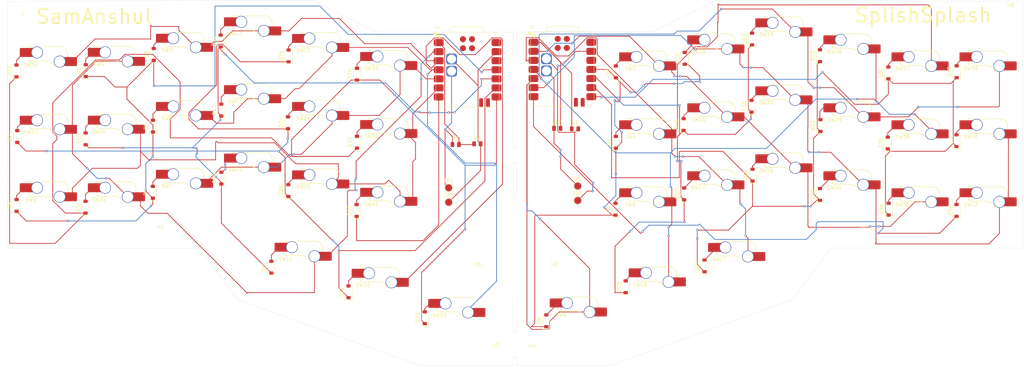
<source format=kicad_pcb>
(kicad_pcb (version 20241229) (generator "pcbnew") (generator_version "9.0")
  (layers (0 "F.Cu" signal) (2 "B.Cu" signal) (13 "F.Paste" user) (15 "B.Paste" user) (5 "F.SilkS" user "F.Silkscreen") (7 "B.SilkS" user "B.Silkscreen") (1 "F.Mask" user) (3 "B.Mask" user) (25 "Edge.Cuts" user))
  (net 0 "")
  (net 1 "/Left/ROW1")
  (net 2 "Net-(D1-A)")
  (net 3 "Net-(D2-A)")
  (net 4 "/Right/ROW1")
  (net 5 "Net-(D3-A)")
  (net 6 "Net-(D4-A)")
  (net 7 "Net-(D5-A)")
  (net 8 "Net-(D6-A)")
  (net 9 "Net-(D7-A)")
  (net 10 "Net-(D8-A)")
  (net 11 "Net-(D9-A)")
  (net 12 "Net-(D10-A)")
  (net 13 "Net-(D11-A)")
  (net 14 "/Left/ROW2")
  (net 15 "Net-(D12-A)")
  (net 16 "Net-(D13-A)")
  (net 17 "Net-(D14-A)")
  (net 18 "Net-(D15-A)")
  (net 19 "Net-(D16-A)")
  (net 20 "/Right/ROW2")
  (net 21 "Net-(D17-A)")
  (net 22 "Net-(D18-A)")
  (net 23 "Net-(D19-A)")
  (net 24 "Net-(D20-A)")
  (net 25 "/Left/ROW3")
  (net 26 "Net-(D21-A)")
  (net 27 "Net-(D22-A)")
  (net 28 "Net-(D23-A)")
  (net 29 "Net-(D24-A)")
  (net 30 "Net-(D25-A)")
  (net 31 "/Right/ROW3")
  (net 32 "Net-(D26-A)")
  (net 33 "Net-(D27-A)")
  (net 34 "Net-(D28-A)")
  (net 35 "Net-(D29-A)")
  (net 36 "Net-(D30-A)")
  (net 37 "Net-(D31-A)")
  (net 38 "/Left/ROW4")
  (net 39 "Net-(D32-A)")
  (net 40 "Net-(D33-A)")
  (net 41 "Net-(D34-A)")
  (net 42 "Net-(D35-A)")
  (net 43 "/Right/ROW4")
  (net 44 "Net-(D36-A)")
  (net 45 "Net-(D37-A)")
  (net 46 "Net-(D38-A)")
  (net 47 "Net-(D39-A)")
  (net 48 "Net-(D40-A)")
  (net 49 "/Left/ROW5")
  (net 50 "Net-(D41-A)")
  (net 51 "/Right/ROW5")
  (net 52 "Net-(D42-A)")
  (net 53 "/Left/VBAT")
  (net 54 "/Left/BT_PIN")
  (net 55 "/Right/VBAT")
  (net 56 "/Right/BT_PIN")
  (net 57 "GND")
  (net 58 "/Left/COL1")
  (net 59 "/Right/COL1")
  (net 60 "/Left/COL2")
  (net 61 "/Right/COL2")
  (net 62 "/Left/COL3")
  (net 63 "/Right/COL3")
  (net 64 "/Left/COL4")
  (net 65 "/Right/COL4")
  (net 66 "/Left/COL5")
  (net 67 "/Right/COL5")
  (footprint "PCM_marbastlib-mx:SW_MX_HS_CPG151101S11_1u" (layer "F.Cu") (at 221.508926 59.49125)
    (property "Reference" "SW19")
    (property "Value" "SW_Push")
  )
  (footprint "PCM_marbastlib-mx:SW_MX_HS_CPG151101S11_1u" (layer "F.Cu") (at 15.674824 86.78)
    (property "Reference" "SW21")
    (property "Value" "SW_Push")
  )
  (footprint "Diode_SMD:D_SOD-123" (layer "F.Cu") (at 270.455176 106.98 90)
    (property "Reference" "D42")
    (property "Value" "D")
  )
  (footprint "Diode_SMD:D_SOD-123" (layer "F.Cu") (at 102.572324 107 90)
    (property "Reference" "D41")
    (property "Value" "D")
  )
  (footprint "OPL:modified-XIAO-nRF52840-SMD" (layer "F.Cu") (at 160.185176 67.48)
    (property "Reference" "U2")
    (property "Value" "XIAO-nRF52840-SMD")
  )
  (footprint "Diode_SMD:D_SOD-123" (layer "F.Cu") (at 251.375176 68.44 90)
    (property "Reference" "D37")
    (property "Value" "D")
  )
  (footprint "Diode_SMD:D_SOD-123" (layer "F.Cu") (at 213.375176 97.09 90)
    (property "Reference" "D26")
    (property "Value" "D")
  )
  (footprint "Diode_SMD:D_SOD-123" (layer "F.Cu") (at 102.672324 87.8575 90)
    (property "Reference" "D35")
    (property "Value" "D")
  )
  (footprint "PCM_marbastlib-mx:SW_MX_HS_CPG151101S11_1u" (layer "F.Cu") (at 278.658926 88.06625)
    (property "Reference" "SW40")
    (property "Value" "SW_Push")
  )
  (footprint "TestPoint:TestPoint_Pad_D2.0mm" (layer "F.Cu") (at 164.455176 100.15)
    (property "Reference" "TP2")
    (property "Value" "TestPoint")
  )
  (footprint "PCM_marbastlib-mx:SW_MX_HS_CPG151101S11_1u" (layer "F.Cu") (at 72.824824 78.21)
    (property "Reference" "SW13")
    (property "Value" "SW_Push")
  )
  (footprint "Diode_SMD:D_SOD-123" (layer "F.Cu") (at 26.742324 86.93 90)
    (property "Reference" "D15")
    (property "Value" "D")
  )
  (footprint "PCM_marbastlib-mx:SW_MX_HS_CPG151101S11_1u" (layer "F.Cu") (at 183.408926 88.06625)
    (property "Reference" "SW4")
    (property "Value" "SW_Push")
  )
  (footprint "PCM_marbastlib-mx:SW_MX_HS_CPG151101S11_1u" (layer "F.Cu") (at 91.874824 63.86)
    (property "Reference" "SW23")
    (property "Value" "SW_Push")
  )
  (footprint "PCM_marbastlib-mx:SW_MX_HS_CPG151101S11_1u" (layer "F.Cu") (at 259.608926 88.06625)
    (property "Reference" "SW38")
    (property "Value" "SW_Push")
  )
  (footprint "PCM_marbastlib-mx:SW_MX_HS_CPG151101S11_1u" (layer "F.Cu") (at 34.724824 105.70625)
    (property "Reference" "SW31")
    (property "Value" "SW_Push")
  )
  (footprint "PCM_marbastlib-mx:SW_MX_HS_CPG151101S11_1u" (layer "F.Cu") (at 110.924824 68.92)
    (property "Reference" "SW34")
    (property "Value" "SW_Push")
  )
  (footprint "PCM_marbastlib-mx:SW_MX_HS_CPG151101S11_1u" (layer "F.Cu") (at 202.458926 64.25375)
    (property "Reference" "SW10")
    (property "Value" "SW_Push")
  )
  (footprint "Diode_SMD:D_SOD-123" (layer "F.Cu") (at 155.675176 137.91 90)
    (property "Reference" "D8")
    (property "Value" "D")
  )
  (footprint "PCM_marbastlib-mx:SW_MX_HS_CPG151101S11_1u" (layer "F.Cu") (at 240.558926 64.25375)
    (property "Reference" "SW28")
    (property "Value" "SW_Push")
  )
  (footprint "MountingHole:MountingHole_2.2mm_M2" (layer "F.Cu") (at 285.795176 52.56)
    (property "Reference" "H8")
    (property "Value" "MountingHole")
  )
  (footprint "TestPoint:TestPoint_Pad_D2.0mm" (layer "F.Cu") (at 128.332324 100.65)
    (property "Reference" "TP1")
    (property "Value" "TestPoint")
  )
  (footprint "Diode_SMD:D_SOD-123" (layer "F.Cu") (at 121.642324 137.05 90)
    (property "Reference" "D33")
    (property "Value" "D")
  )
  (footprint "Diode_SMD:D_SOD-123" (layer "F.Cu") (at 7.412324 105.57 90)
    (property "Reference" "D9")
    (property "Value" "D")
  )
  (footprint "PCM_marbastlib-mx:SW_MX_HS_CPG151101S11_1u" (layer "F.Cu") (at 163.98 137.98)
    (property "Reference" "SW8")
    (property "Value" "SW_Push")
  )
  (footprint "MountingHole:MountingHole_2.2mm_M2" (layer "F.Cu") (at 7.922324 51.94)
    (property "Reference" "H7")
    (property "Value" "MountingHole")
  )
  (footprint "Diode_SMD:D_SOD-123" (layer "F.Cu") (at 251.455176 106.63 90)
    (property "Reference" "D36")
    (property "Value" "D")
  )
  (footprint "PCM_marbastlib-mx:SW_MX_HS_CPG151101S11_1u" (layer "F.Cu") (at 202.458926 83.30375)
    (property "Reference" "SW16")
    (property "Value" "SW_Push")
  )
  (footprint "Diode_SMD:D_SOD-123" (layer "F.Cu") (at 64.702324 78.86 90)
    (property "Reference" "D13")
    (property "Value" "D")
  )
  (footprint "Diode_SMD:D_SOD-123" (layer "F.Cu") (at 26.712324 106.0675 90)
    (property "Reference" "D31")
    (property "Value" "D")
  )
  (footprint "PCM_marbastlib-mx:SW_MX_HS_CPG151101S11_1u" (layer "F.Cu") (at 183.408926 107.11625)
    (property "Reference" "SW6")
    (property "Value" "SW_Push")
  )
  (footprint "PCM_marbastlib-mx:SW_MX_HS_CPG151101S11_1u" (layer "F.Cu") (at 183.408926 69.01625)
    (property "Reference" "SW2")
    (property "Value" "SW_Push")
  )
  (footprint "Diode_SMD:D_SOD-123" (layer "F.Cu") (at 102.672324 68.7975 90)
    (property "Reference" "D34")
    (property "Value" "D")
  )
  (footprint "Diode_SMD:D_SOD-123" (layer "F.Cu") (at 83.532324 63.68 90)
    (property "Reference" "D23")
    (property "Value" "D")
  )
  (footprint "Diode_SMD:D_SOD-123" (layer "F.Cu") (at 83.382324 82.42 90)
    (property "Reference" "D24")
    (property "Value" "D")
  )
  (footprint "TestPoint:TestPoint_Pad_D2.0mm" (layer "F.Cu") (at 164.455176 104.2)
    (property "Reference" "TP4")
    (property "Value" "TestPoint")
  )
  (footprint "Diode_SMD:D_SOD-123" (layer "F.Cu") (at 83.462324 101.42 90)
    (property "Reference" "D25")
    (property "Value" "D")
  )
  (footprint "Diode_SMD:D_SOD-123" (layer "F.Cu") (at 64.722324 97.92 90)
    (property "Reference" "D14")
    (property "Value" "D")
  )
  (footprint "Diode_SMD:D_SOD-123" (layer "F.Cu") (at 78.712324 122.89 90)
    (property "Reference" "D11")
    (property "Value" "D")
  )
  (footprint "PCM_marbastlib-mx:SW_MX_HS_CPG151101S11_1u" (layer "F.Cu") (at 221.508926 97.59125)
    (property "Reference" "SW26")
    (property "Value" "SW_Push")
  )
  (footprint "PCM_marbastlib-mx:SW_MX_HS_CPG151101S11_1u" (layer "F.Cu") (at 91.874824 102.1)
    (property "Reference" "SW25")
    (property "Value" "SW_Push")
  )
  (footprint "Diode_SMD:D_SOD-123" (layer "F.Cu") (at 194.235176 102.35 90)
    (property "Reference" "D17")
    (property "Value" "D")
  )
  (footprint "PCM_marbastlib-mx:SW_MX_HS_CPG151101S11_1u" (layer "F.Cu") (at 15.674824 67.8)
    (property "Reference" "SW32")
    (property "Value" "SW_Push")
  )
  (footprint "Diode_SMD:D_SOD-123" (layer "F.Cu") (at 7.392324 67.88 90)
    (property "Reference" "D32")
    (property "Value" "D")
  )
  (footprint "PCM_marbastlib-mx:SW_MX_HS_CPG151101S11_1u" (layer "F.Cu") (at 53.774824 101.93)
    (property "Reference" "SW7")
    (property "Value" "SW_Push")
  )
  (footprint "Diode_SMD:D_SOD-123" (layer "F.Cu") (at 177.865176 128.37 90)
    (property "Reference" "D18")
    (property "Value" "D")
  )
  (footprint "PCM_marbastlib-mx:SW_MX_HS_CPG151101S11_1u" (layer "F.Cu") (at 129.974824 138.1125)
    (property "Reference" "SW33")
    (property "Value" "SW_Push")
  )
  (footprint "Diode_SMD:D_SOD-123" (layer "F.Cu") (at 232.235176 102.5 90)
    (property "Reference" "D30")
    (property "Value" "D")
  )
  (footprint "PCM_marbastlib-mx:SW_MX_HS_CPG151101S11_1u" (layer "F.Cu") (at 208.29 122.43)
    (property "Reference" "SW27")
    (property "Value" "SW_Push")
  )
  (footprint "Diode_SMD:D_SOD-123" (layer "F.Cu") (at 175.115176 87.89 90)
    (property "Reference" "D4")
    (property "Value" "D")
  )
  (footprint "PCM_marbastlib-mx:SW_MX_HS_CPG151101S11_1u" (layer "F.Cu") (at 72.824824 97.39)
    (property "Reference" "SW14")
    (property "Value" "SW_Push")
  )
  (footprint "PCM_marbastlib-mx:SW_MX_HS_CPG151101S11_1u" (layer "F.Cu") (at 202.458926 102.35375)
    (property "Reference" "SW17")
    (property "Value" "SW_Push")
  )
  (footprint "PCM_marbastlib-mx:SW_MX_HS_CPG151101S11_1u" (layer "F.Cu") (at 53.774824 82.92)
    (property "Reference" "SW5")
    (property "Value" "SW_Push")
  )
  (footprint "PCM_marbastlib-mx:SW_MX_HS_CPG151101S11_1u" (layer "F.Cu") (at 34.724824 67.75)
    (property "Reference" "SW1")
    (property "Value" "SW_Push")
  )
  (footprint "Resistor_SMD:R_0805_2012Metric" (layer "F.Cu") (at 158.722676 83.99)
    (property "Reference" "R2")
    (property "Value" "806k")
  )
  (footprint "Diode_SMD:D_SOD-123" (layer "F.Cu") (at 175.025176 106.66 90)
    (property "Reference" "D6")
    (property "Value" "D")
  )
  (footprint "Resistor_SMD:R_0805_2012Metric" (layer "F.Cu") (at 163.685176 84.12)
    (property "Reference" "R4")
    (property "Value" "2M")
  )
  (footprint "Diode_SMD:D_SOD-123" (layer "F.Cu") (at 45.542324 101.9 90)
    (property "Reference" "D7")
    (property "Value" "D")
  )
  (footprint "Diode_SMD:D_SOD-123" (layer "F.Cu") (at 270.435176 87.43 90)
    (property "Reference" "D40" (hide yes))
    (property "Value" "D")
  )
  (footprint "MountingHole:MountingHole_2.2mm_M2" (layer "F.Cu") (at 244.775176 114.68)
    (property "Reference" "H6")
    (property "Value" "MountingHole")
  )
  (footprint "Diode_SMD:D_SOD-123" (layer "F.Cu") (at 26.772324 67.81 90)
    (property "Reference" "D1")
    (property "Value" "D")
  )
  (footprint "Resistor_SMD:R_0805_2012Metric" (layer "F.Cu") (at 136.359824 88.32)
    (property "Reference" "R3")
    (property "Value" "2M")
  )
  (footprint "PCM_marbastlib-mx:SW_MX_HS_CPG151101S11_1u" (layer "F.Cu") (at 91.874824 82.92)
    (property "Reference" "SW24")
    (property "Value" "SW_Push")
  )
  (footprint "PCM_marbastlib-mx:SW_MX_HS_CPG151101S11_1u" (layer "F.Cu") (at 278.658926 69.01625)
    (property "Reference" "SW39")
    (property "Value" "SW_Push")
  )
  (footprint "Diode_SMD:D_SOD-123" (layer "F.Cu") (at 45.572324 83.36 90)
    (property "Reference" "D5")
    (property "Value" "D")
  )
  (footprint "PCM_marbastlib-mx:SW_MX_HS_CPG151101S11_1u" (layer "F.Cu") (at 110.924824 106.98)
    (property "Reference" "SW41")
    (property "Value" "SW_Push")
  )
  (footprint "PCM_marbastlib-mx:SW_MX_HS_CPG151101S11_1u" (layer "F.Cu") (at 186.08 129.55)
    (property "Reference" "SW18")
    (property "Value" "SW_Push")
  )
  (footprint "PCM_marbastlib-mx:SW_MX_HS_CPG151101S11_1u" (layer "F.Cu") (at 72.824824 59.2)
    (property "Reference" "SW12")
    (property "Value" "SW_Push")
  )
  (footprint "Diode_SMD:D_SOD-123" (layer "F.Cu") (at 194.375176 64.3675 90)
    (property "Reference" "D10")
    (property "Value" "D")
  )
  (footprint "PCM_marbastlib-mx:SW_MX_HS_CPG151101S11_1u" (layer "F.Cu") (at 278.658926 107.11625)
    (property "Reference" "SW42")
    (property "Value" "SW_Push")
  )
  (footprint "MountingHole:MountingHole_2.2mm_M2" (layer "F.Cu") (at 47.652324 114.85)
    (property "Reference" "H5")
    (property "Value" "MountingHole")
  )
  (footprint "Diode_SMD:D_SOD-123" (layer "F.Cu") (at 45.792324 63.26 90)
    (property "Reference" "D3")
    (property "Value" "D")
  )
  (footprint "MountingHole:MountingHole_2.2mm_M2" (layer "F.Cu") (at 157.885176 125.2)
    (property "Reference" "H2")
    (property "Value" "MountingHole")
  )
  (footprint "Diode_SMD:D_SOD-123" (layer "F.Cu") (at 213.235176 58.94 90)
    (property "Reference" "D19")
    (property "Value" "D")
  )
  (footprint "MountingHole:MountingHole_2.2mm_M2" (layer "F.Cu") (at 151.965176 147.94)
    (property "Reference" "H4")
    (property "Value" "MountingHole")
  )
  (footprint "PCM_marbastlib-mx:SW_MX_HS_CPG151101S11_1u" (layer "F.Cu") (at 221.508926 78.54125)
    (property "Reference" "SW20")
    (property "Value" "SW_Push")
  )
  (footprint "PCM_marbastlib-mx:SW_MX_HS_CPG151101S11_1u" (layer "F.Cu") (at 259.608926 69.01625)
    (property "Reference" "SW37")
    (property "Value" "SW_Push")
  )
  (footprint "PCM_marbastlib-mx:SW_MX_HS_CPG151101S11_1u" (layer "F.Cu") (at 110.924824 87.98)
    (property "Reference" "SW35")
    (property "Value" "SW_Push")
  )
  (footprint "OPL:modified-XIAO-nRF52840-SMD" (layer "F.Cu") (at 133.656824 67.5618)
    (property "Reference" "U1")
    (property "Value" "XIAO-nRF52840-SMD")
  )
  (footprint "PCM_marbastlib-mx:SW_MX_HS_CPG151101S11_1u" (layer "F.Cu") (at 53.774824 63.81)
    (property "Reference" "SW3")
    (property "Value" "SW_Push")
  )
  (footprint "Diode_SMD:D_SOD-123" (layer "F.Cu") (at 232.235176 63.62 90)
    (property "Reference" "D28")
    (property "Value" "D")
  )
  (footprint "PCM_marbastlib-mx:SW_MX_HS_CPG151101S11_1u" (layer "F.Cu") (at 108.543574 129.67)
    (property "Reference" "SW22")
    (property "Value" "SW_Push")
  )
  (footprint "Diode_SMD:D_SOD-123" (layer "F.Cu") (at 251.205176 88.09 90)
    (property "Reference" "D38")
    (property "Value" "D")
  )
  (footprint "PCM_marbastlib-mx:SW_MX_HS_CPG151101S11_1u" (layer "F.Cu") (at 86.9775 122.37)
    (property "Reference" "SW11")
    (property "Value" "SW_Push")
  )
  (footprint "PCM_marbastlib-mx:SW_MX_HS_CPG151101S11_1u" (layer "F.Cu") (at 34.724824 86.76)
    (property "Reference" "SW15")
    (property "Value" "SW_Push")
  )
  (footprint "MountingHole:MountingHole_2.2mm_M2" (layer "F.Cu") (at 136.36 125.32)
    (property "Reference" "H3")
    (property "Value" "MountingHole")
  )
  (footprint "Diode_SMD:D_SOD-123" (layer "F.Cu") (at 194.085176 82.91 90)
    (property "Reference" "D16")
    (property "Value" "D")
  )
  (footprint "Diode_SMD:D_SOD-123" (layer "F.Cu") (at 175.115176 68.1575 90)
    (property "Reference" "D2")
    (property "Value" "D")
  )
  (footprint "PCM_marbastlib-mx:SW_MX_HS_CPG151101S11_1u" (layer "F.Cu") (at 240.558926 102.35375)
    (property "Reference" "SW30")
    (property "Value" "SW_Push")
  )
  (footprint "Diode_SMD:D_SOD-123" (layer "F.Cu") (at 213.085176 77.8 90)
    (property "Reference" "D20")
    (property "Value" "D")
  )
  (footprint "TestPoint:TestPoint_Pad_D2.0mm" (layer "F.Cu") (at 128.332324 104.7)
    (property "Reference" "TP3")
    (property "Value" "TestPoint")
  )
  (footprint "Diode_SMD:D_SOD-123" (layer "F.Cu") (at 64.532324 59.51 90)
    (property "Reference" "D12")
    (property "Value" "D")
  )
  (footprint "Diode_SMD:D_SOD-123" (layer "F.Cu") (at 7.612324 86.2675 90)
    (property "Reference" "D21")
    (property "Value" "D")
  )
  (footprint "Diode_SMD:D_SOD-123" (layer "F.Cu") (at 100.302324 129.79 90)
    (property "Reference" "D22")
    (property "Value" "D")
  )
  (footprint "PCM_marbastlib-mx:SW_MX_HS_CPG151101S11_1u" (layer "F.Cu") (at 259.608926 107.11625)
    (property "Reference" "SW36")
    (property "Value" "SW_Push")
  )
  (footprint "PCM_marbastlib-mx:SW_MX_HS_CPG151101S11_1u" (layer "F.Cu") (at 240.558926 83.30375)
    (property "Reference" "SW29")
    (property "Value" "SW_Push")
  )
  (footprint "Diode_SMD:D_SOD-123" (layer "F.Cu") (at 270.495176 68.12 90)
    (property "Reference" "D39")
    (property "Value" "D")
  )
  (footprint "PCM_marbastlib-mx:SW_MX_HS_CPG151101S11_1u" (layer "F.Cu") (at 15.674824 105.70625)
    (property "Reference" "SW9")
    (property "Value" "SW_Push")
  )
  (footprint "Diode_SMD:D_SOD-123" (layer "F.Cu") (at 232.375176 83.2 90)
    (property "Reference" "D29")
    (property "Value" "D")
  )
  (footprint "MountingHole:MountingHole_2.2mm_M2" (layer "F.Cu") (at 141.902324 147.85)
    (property "Reference" "H1")
    (property "Value" "MountingHole")
  )
  (footprint "Resistor_SMD:R_0805_2012Metric" (layer "F.Cu") (at 130.299824 88.52)
    (property "Reference" "R1")
    (property "Value" "806k")
  )
  (footprint "Diode_SMD:D_SOD-123" (layer "F.Cu") (at 199.935176 122.52 90)
    (property "Reference" "D27")
    (property "Value" "D")
  )
  (gr_line (start 147.44 150.52) (end 147.45 147.93) (stroke (width 0.05)) (layer "Edge.Cuts"))
  (gr_line (start 120.522324 150.55) (end 144.432324 150.55) (stroke (width 0.05)) (layer "Edge.Cuts"))
  (gr_line (start 146.43 71.59) (end 147.46 71.59) (stroke (width 0.05)) (layer "Edge.Cuts"))
  (gr_line (start 146.42 89.58) (end 146.43 71.59) (stroke (width 0.05)) (layer "Edge.Cuts"))
  (gr_line (start 224.585176 131.93) (end 235.405176 117.55) (stroke (width 0.05)) (layer "Edge.Cuts"))
  (gr_line (start 235.405176 117.55) (end 288.995176 117.55) (stroke (width 0.05)) (layer "Edge.Cuts"))
  (gr_line (start 4.832324 48.47) (end 4.872324 117.58) (stroke (width 0.05)) (layer "Edge.Cuts"))
  (gr_line (start 58.462324 117.58) (end 69.282324 131.96) (stroke (width 0.05)) (layer "Edge.Cuts"))
  (gr_line (start 147.46 71.59) (end 147.45 89.58) (stroke (width 0.05)) (layer "Edge.Cuts"))
  (gr_line (start 4.872324 117.58) (end 58.462324 117.58) (stroke (width 0.05)) (layer "Edge.Cuts"))
  (gr_line (start 149.435176 150.52) (end 147.44 150.52) (stroke (width 0.05)) (layer "Edge.Cuts"))
  (gr_line (start 90.342324 48.07) (end 62.252324 48.07) (stroke (width 0.05)) (layer "Edge.Cuts"))
  (gr_line (start 289.035176 48.44) (end 288.995176 117.55) (stroke (width 0.05)) (layer "Edge.Cuts"))
  (gr_line (start 173.345176 150.52) (end 149.435176 150.52) (stroke (width 0.05)) (layer "Edge.Cuts"))
  (gr_line (start 146.42 89.58) (end 147.45 89.58) (stroke (width 0.05)) (layer "Edge.Cuts"))
  (gr_line (start 146.43 141.17) (end 147.44 141.17) (stroke (width 0.05)) (layer "Edge.Cuts"))
  (gr_line (start 185.495176 56.96) (end 203.525176 48.04) (stroke (width 0.05)) (layer "Edge.Cuts"))
  (gr_line (start 146.42 93.55) (end 146.43 103.77) (stroke (width 0.05)) (layer "Edge.Cuts"))
  (gr_line (start 108.372324 56.99) (end 90.342324 48.07) (stroke (width 0.05)) (layer "Edge.Cuts"))
  (gr_line (start 147.44 103.77) (end 147.44 93.55) (stroke (width 0.05)) (layer "Edge.Cuts"))
  (gr_line (start 173.345176 150.52) (end 224.585176 131.93) (stroke (width 0.05)) (layer "Edge.Cuts"))
  (gr_line (start 144.432324 150.55) (end 146.43 150.55) (stroke (width 0.05)) (layer "Edge.Cuts"))
  (gr_line (start 147.44 56.96) (end 147.445 63.51) (stroke (width 0.05)) (layer "Edge.Cuts"))
  (gr_line (start 146.43 147.93) (end 147.45 147.93) (stroke (width 0.05)) (layer "Edge.Cuts"))
  (gr_line (start 146.43 141.17) (end 146.42 131.11) (stroke (width 0.05)) (layer "Edge.Cuts"))
  (gr_line (start 149.435176 56.96) (end 147.44 56.96) (stroke (width 0.05)) (layer "Edge.Cuts"))
  (gr_line (start 149.435176 56.96) (end 185.495176 56.96) (stroke (width 0.05)) (layer "Edge.Cuts"))
  (gr_line (start 146.42 131.11) (end 147.46 131.11) (stroke (width 0.05)) (layer "Edge.Cuts"))
  (gr_line (start 62.252324 48.07) (end 4.832324 48.47) (stroke (width 0.05)) (layer "Edge.Cuts"))
  (gr_line (start 146.43 63.51) (end 146.43 56.99) (stroke (width 0.05)) (layer "Edge.Cuts"))
  (gr_line (start 289.035176 48.44) (end 203.525176 48.04) (stroke (width 0.05)) (layer "Edge.Cuts"))
  (gr_line (start 144.432324 56.99) (end 146.43 56.99) (stroke (width 0.05)) (layer "Edge.Cuts"))
  (gr_line (start 69.282324 131.96) (end 120.522324 150.55) (stroke (width 0.05)) (layer "Edge.Cuts"))
  (gr_line (start 146.43 150.55) (end 146.43 147.93) (stroke (width 0.05)) (layer "Edge.Cuts"))
  (gr_line (start 144.432324 56.99) (end 108.372324 56.99) (stroke (width 0.05)) (layer "Edge.Cuts"))
  (gr_line (start 147.46 131.11) (end 147.44 141.17) (stroke (width 0.05)) (layer "Edge.Cuts"))
  (gr_line (start 146.42 93.55) (end 147.44 93.55) (stroke (width 0.05)) (layer "Edge.Cuts"))
  (gr_line (start 146.43 103.77) (end 147.44 103.77) (stroke (width 0.05)) (layer "Edge.Cuts"))
  (gr_line (start 146.43 63.51) (end 147.445 63.51) (stroke (width 0.05)) (layer "Edge.Cuts"))
  (gr_text "SplishSplash" (at 241.65 54.6 0) (layer "F.SilkS") (effects (font (size 4 4) (thickness 0.5)) (justify left bottom)))
  (gr_text "SamAnshul" (at 12.56 54.97 0) (layer "F.SilkS") (effects (font (size 4 4) (thickness 0.5)) (justify left bottom)))
  (segment (start 45.572324 91.87) (end 45.542324 91.9) (width 0.2) (layer "F.Cu") (net 1))
  (segment (start 45.032324 105.7) (end 45.542324 105.19) (width 0.2) (layer "F.Cu") (net 1))
  (segment (start 45.572324 83.06011) (end 45.572324 85.01) (width 0.2) (layer "F.Cu") (net 1))
  (segment (start 38.292324 75.78011) (end 45.572324 83.06011) (width 0.2) (layer "F.Cu") (net 1))
  (segment (start 43.572324 101.33) (end 43.572324 101.58) (width 0.2) (layer "F.Cu") (net 1))
  (segment (start 45.842324 72.04) (end 45.792324 71.99) (width 0.2) (layer "F.Cu") (net 1))
  (segment (start 34.942324 72.41) (end 38.292324 72.41) (width 0.2) (layer "F.Cu") (net 1))
  (segment (start 38.292324 72.41) (end 38.292324 75.78011) (width 0.2) (layer "F.Cu") (net 1))
  (segment (start 31.992324 69.46) (end 34.942324 72.41) (width 0.2) (layer "F.Cu") (net 1))
  (segment (start 45.572324 85.01) (end 45.572324 91.87) (width 0.2) (layer "F.Cu") (net 1))
  (segment (start 26.772324 69.46) (end 31.992324 69.46) (width 0.2) (layer "F.Cu") (net 1))
  (segment (start 45.542324 105.19) (end 45.542324 103.55) (width 0.2) (layer "F.Cu") (net 1))
  (segment (start 7.412324 107.22) (end 10.122324 109.93) (width 0.2) (layer "F.Cu") (net 1))
  (segment (start 141.711824 67.5618) (end 138.240524 67.5618) (width 0.2) (layer "F.Cu") (net 1))
  (segment (start 45.792324 71.99) (end 45.792324 64.91) (width 0.2) (layer "F.Cu") (net 1))
  (segment (start 138.240524 67.5618) (end 137.562324 68.24) (width 0.2) (layer "F.Cu") (net 1))
  (segment (start 10.122324 109.93) (end 21.882324 109.93) (width 0.2) (layer "F.Cu") (net 1))
  (segment (start 38.292324 72.41) (end 45.792324 64.91) (width 0.2) (layer "F.Cu") (net 1))
  (segment (start 43.572324 101.58) (end 45.542324 103.55) (width 0.2) (layer "F.Cu") (net 1))
  (via (at 137.562324 68.24) (size 0.6) (drill 0.3) (layers "F.Cu" "B.Cu") (net 1))
  (via (at 45.842324 72.04) (size 0.6) (drill 0.3) (layers "F.Cu" "B.Cu") (net 1))
  (via (at 21.882324 109.93) (size 0.6) (drill 0.3) (layers "F.Cu" "B.Cu") (net 1))
  (via (at 45.032324 105.7) (size 0.6) (drill 0.3) (layers "F.Cu" "B.Cu") (net 1))
  (via (at 43.572324 101.33) (size 0.6) (drill 0.3) (layers "F.Cu" "B.Cu") (net 1))
  (via (at 45.542324 91.9) (size 0.6) (drill 0.3) (layers "F.Cu" "B.Cu") (net 1))
  (segment (start 40.802324 109.93) (end 45.032324 105.7) (width 0.2) (layer "B.Cu") (net 1))
  (segment (start 62.922324 49.91) (end 62.922324 72.09) (width 0.2) (layer "B.Cu") (net 1))
  (segment (start 45.892324 72.09) (end 45.842324 72.04) (width 0.2) (layer "B.Cu") (net 1))
  (segment (start 43.572324 93.87) (end 43.572324 101.33) (width 0.2) (layer "B.Cu") (net 1))
  (segment (start 137.562324 68.24) (end 126.961394 57.63907) (width 0.2) (layer "B.Cu") (net 1))
  (segment (start 92.282929 49.700605) (end 63.131719 49.700605) (width 0.2) (layer "B.Cu") (net 1))
  (segment (start 45.542324 91.9) (end 43.572324 93.87) (width 0.2) (layer "B.Cu") (net 1))
  (segment (start 62.922324 72.09) (end 45.892324 72.09) (width 0.2) (layer "B.Cu") (net 1))
  (segment (start 63.131719 49.700605) (end 62.922324 49.91) (width 0.2) (layer "B.Cu") (net 1))
  (segment (start 126.961394 57.63907) (end 100.221394 57.63907) (width 0.2) (layer "B.Cu") (net 1))
  (segment (start 92.282929 49.700605) (end 100.221394 57.63907) (width 0.2) (layer "B.Cu") (net 1))
  (segment (start 21.882324 109.93) (end 40.802324 109.93) (width 0.2) (layer "B.Cu") (net 1))
  (segment (start 26.772324 64.5325) (end 28.634824 62.67) (width 0.2) (layer "F.Cu") (net 2))
  (segment (start 26.772324 66.16) (end 26.772324 64.5325) (width 0.2) (layer "F.Cu") (net 2))
  (segment (start 177.318926 63.93625) (end 175.115176 66.14) (width 0.2) (layer "F.Cu") (net 3))
  (segment (start 175.115176 66.14) (end 175.115176 66.5075) (width 0.2) (layer "F.Cu") (net 3))
  (segment (start 151.455176 139.56) (end 152.415176 138.6) (width 0.2) (layer "F.Cu") (net 4))
  (segment (start 171.835176 106.1) (end 174.045176 108.31) (width 0.2) (layer "F.Cu") (net 4))
  (segment (start 155.675176 139.56) (end 151.455176 139.56) (width 0.2) (layer "F.Cu") (net 4))
  (segment (start 179.157676 73.85) (end 179.285176 73.85) (width 0.2) (layer "F.Cu") (net 4))
  (segment (start 182.875176 71.99) (end 183.415176 71.45) (width 0.2) (layer "F.Cu") (net 4))
  (segment (start 175.226176 76.501) (end 175.974119 76.501) (width 0.2) (layer "F.Cu") (net 4))
  (segment (start 174.045176 108.31) (end 175.025176 108.31) (width 0.2) (layer "F.Cu") (net 4))
  (segment (start 175.115176 89.54) (end 176.765176 87.89) (width 0.2) (layer "F.Cu") (net 4))
  (segment (start 175.974119 76.501) (end 176.326176 76.148943) (width 0.2) (layer "F.Cu") (net 4))
  (segment (start 152.675176 108.31) (end 175.025176 108.31) (width 0.2) (layer "F.Cu") (net 4))
  (segment (start 176.326176 71.0185) (end 175.115176 69.8075) (width 0.2) (layer "F.Cu") (net 4))
  (segment (start 176.326176 71.0185) (end 179.157676 73.85) (width 0.2) (layer "F.Cu") (net 4))
  (segment (start 152.415176 138.6) (end 152.415176 108.57) (width 0.2) (layer "F.Cu") (net 4))
  (segment (start 172.787676 67.48) (end 175.115176 69.8075) (width 0.2) (layer "F.Cu") (net 4))
  (segment (start 152.415176 108.57) (end 152.675176 108.31) (width 0.2) (layer "F.Cu") (net 4))
  (segment (start 176.326176 76.148943) (end 176.326176 71.0185) (width 0.2) (layer "F.Cu") (net 4))
  (segment (start 176.765176 87.89) (end 176.765176 85.06) (width 0.2) (layer "F.Cu") (net 4))
  (segment (start 195.302676 66.0175) (end 194.375176 66.0175) (width 0.2) (layer "F.Cu") (net 4))
  (segment (start 175.115176 89.54) (end 175.115176 96.79) (width 0.2) (layer "F.Cu") (net 4))
  (segment (start 183.415176 71.45) (end 191.445176 71.45) (width 0.2) (layer "F.Cu") (net 4))
  (segment (start 168.240176 67.48) (end 172.787676 67.48) (width 0.2) (layer "F.Cu") (net 4))
  (segment (start 174.815176 76.09) (end 175.226176 76.501) (width 0.2) (layer "F.Cu") (net 4))
  (segment (start 198.595176 69.31) (end 195.302676 66.0175) (width 0.2) (layer "F.Cu") (net 4))
  (segment (start 198.595176 70.89) (end 198.595176 69.31) (width 0.2) (layer "F.Cu") (net 4))
  (via (at 174.815176 76.09) (size 0.6) (drill 0.3) (layers "F.Cu" "B.Cu") (net 4))
  (via (at 175.115176 96.79) (size 0.6) (drill 0.3) (layers "F.Cu" "B.Cu") (net 4))
  (via (at 198.595176 70.89) (size 0.6) (drill 0.3) (layers "F.Cu" "B.Cu") (net 4))
  (via (at 179.285176 73.85) (size 0.6) (drill 0.3) (layers "F.Cu" "B.Cu") (net 4))
  (via (at 191.445176 71.45) (size 0.6) (drill 0.3) (layers "F.Cu" "B.Cu") (net 4))
  (via (at 182.875176 71.99) (size 0.6) (drill 0.3) (layers "F.Cu" "B.Cu") (net 4))
  (via (at 171.835176 106.1) (size 0.6) (drill 0.3) (layers "F.Cu" "B.Cu") (net 4))
  (via (at 176.765176 85.06) (size 0.6) (drill 0.3) (layers "F.Cu" "B.Cu") (net 4))
  (segment (start 175.115176 102.82) (end 171.835176 106.1) (width 0.2) (layer "B.Cu") (net 4))
  (segment (start 181.015176 73.85) (end 182.875176 71.99) (width 0.2) (layer "B.Cu") (net 4))
  (segment (start 179.285176 73.85) (end 181.015176 73.85) (width 0.2) (layer "B.Cu") (net 4))
  (segment (start 176.765176 85.06) (end 174.815176 83.11) (width 0.2) (layer "B.Cu") (net 4))
  (segment (start 175.115176 96.79) (end 175.115176 102.82) (width 0.2) (layer "B.Cu") (net 4))
  (segment (start 191.445176 71.45) (end 193.745176 71.45) (width 0.2) (layer "B.Cu") (net 4))
  (segment (start 198.575176 70.91) (end 198.595176 70.89) (width 0.2) (layer "B.Cu") (net 4))
  (segment (start 174.815176 83.11) (end 174.815176 76.09) (width 0.2) (layer "B.Cu") (net 4))
  (segment (start 193.745176 71.45) (end 194.285176 70.91) (width 0.2) (layer "B.Cu") (net 4))
  (segment (start 194.285176 70.91) (end 198.575176 70.91) (width 0.2) (layer "B.Cu") (net 4))
  (segment (start 45.792324 61.61) (end 45.792324 60.6225) (width 0.2) (layer "F.Cu") (net 5))
  (segment (start 45.792324 60.6225) (end 47.684824 58.73) (width 0.2) (layer "F.Cu") (net 5))
  (segment (start 177.318926 82.98625) (end 175.115176 85.19) (width 0.2) (layer "F.Cu") (net 6))
  (segment (start 175.115176 85.19) (end 175.115176 86.24) (width 0.2) (layer "F.Cu") (net 6))
  (segment (start 45.572324 81.71) (end 45.572324 79.9525) (width 0.2) (layer "F.Cu") (net 7))
  (segment (start 51.234824 77.84) (end 49.434824 77.84) (width 0.2) (layer "F.Cu") (net 7))
  (segment (start 45.572324 79.9525) (end 47.684824 77.84) (width 0.2) (layer "F.Cu") (net 7))
  (segment (start 177.318926 102.03625) (end 175.025176 104.33) (width 0.2) (layer "F.Cu") (net 8))
  (segment (start 175.025176 104.33) (end 175.025176 105.01) (width 0.2) (layer "F.Cu") (net 8))
  (segment (start 45.542324 98.9925) (end 47.684824 96.85) (width 0.2) (layer "F.Cu") (net 9))
  (segment (start 45.542324 100.25) (end 45.542324 98.9925) (width 0.2) (layer "F.Cu") (net 9))
  (segment (start 161.44 132.9) (end 159.035176 132.9) (width 0.2) (layer "F.Cu") (net 10))
  (segment (start 159.035176 132.9) (end 155.675176 136.26) (width 0.2) (layer "F.Cu") (net 10))
  (segment (start 7.412324 102.79875) (end 9.584824 100.62625) (width 0.2) (layer "F.Cu") (net 11))
  (segment (start 7.412324 103.92) (end 7.412324 102.79875) (width 0.2) (layer "F.Cu") (net 11))
  (segment (start 196.368926 60.72375) (end 194.375176 62.7175) (width 0.2) (layer "F.Cu") (net 12))
  (segment (start 196.368926 59.17375) (end 196.368926 60.72375) (width 0.2) (layer "F.Cu") (net 12))
  (segment (start 78.712324 119.465176) (end 80.8875 117.29) (width 0.2) (layer "F.Cu") (net 13))
  (segment (start 78.712324 121.24) (end 78.712324 119.465176) (width 0.2) (layer "F.Cu") (net 13))
  (segment (start 64.532324 61.932324) (end 64.532324 61.16) (width 0.2) (layer "F.Cu") (net 14))
  (segment (start 64.722324 110.55) (end 64.722324 99.57) (width 0.2) (layer "F.Cu") (net 14))
  (segment (start 137.5082 70.1018) (end 137.48 70.13) (width 0.2) (layer "F.Cu") (net 14))
  (segment (start 141.711824 70.1018) (end 137.5082 70.1018) (width 0.2) (layer "F.Cu") (net 14))
  (segment (start 57.892324 89.59) (end 57.762324 89.59) (width 0.2) (layer "F.Cu") (net 14))
  (segment (start 64.722324 99.57) (end 64.722324 99.12) (width 0.2) (layer "F.Cu") (net 14))
  (segment (start 63.801324 79.609) (end 63.801324 61.891) (width 0.2) (layer "F.Cu") (net 14))
  (segment (start 123.012324 79.58) (end 120.43 79.58) (width 0.2) (layer "F.Cu") (net 14))
  (segment (start 57.942324 89.64) (end 57.892324 89.59) (width 0.2) (layer "F.Cu") (net 14))
  (segment (start 64.722324 99.12) (end 63.192324 97.59) (width 0.2) (layer "F.Cu") (net 14))
  (segment (start 64.452324 80.76) (end 64.702324 80.51) (width 0.2) (layer "F.Cu") (net 14))
  (segment (start 65.95 63.35) (end 64.532324 61.932324) (width 0.2) (layer "F.Cu") (net 14))
  (segment (start 57.762324 89.59) (end 57.682324 89.51) (width 0.2) (layer "F.Cu") (net 14))
  (segment (start 26.742324 88.58) (end 27.592324 89.43) (width 0.2) (layer "F.Cu") (net 14))
  (segment (start 64.702324 80.51) (end 63.801324 79.609) (width 0.2) (layer "F.Cu") (net 14))
  (segment (start 78.712324 124.54) (end 64.722324 110.55) (width 0.2) (layer "F.Cu") (net 14))
  (segment (start 64.452324 81.63) (end 64.452324 80.76) (width 0.2) (layer "F.Cu") (net 14))
  (segment (start 129.92 79.52) (end 128.31 79.52) (width 0.2) (layer "F.Cu") (net 14))
  (segment (start 63.801324 61.891) (end 64.532324 61.16) (width 0.2) (layer "F.Cu") (net 14))
  (segment (start 120.43 79.58) (end 120.22 79.37) (width 0.2) (layer "F.Cu") (net 14))
  (segment (start 57.942324 91.03) (end 57.942324 89.64) (width 0.2) (layer "F.Cu") (net 14))
  (segment (start 27.592324 89.43) (end 37.232324 89.43) (width 0.2) (layer "F.Cu") (net 14))
  (via (at 137.48 70.13) (size 0.6) (drill 0.3) (layers "F.Cu" "B.Cu") (net 14))
  (via (at 57.682324 89.51) (size 0.6) (drill 0.3) (layers "F.Cu" "B.Cu") (net 14))
  (via (at 37.232324 89.43) (size 0.6) (drill 0.3) (layers "F.Cu" "B.Cu") (net 14))
  (via (at 129.92 79.52) (size 0.6) (drill 0.3) (layers "F.Cu" "B.Cu") (net 14))
  (via (at 64.452324 81.63) (size 0.6) (drill 0.3) (layers "F.Cu" "B.Cu") (net 14))
  (via (at 57.942324 91.03) (size 0.6) (drill 0.3) (layers "F.Cu" "B.Cu") (net 14))
  (via (at 128.31 79.52) (size 0.6) (drill 0.3) (layers "F.Cu" "B.Cu") (net 14))
  (via (at 123.012324 79.58) (size 0.6) (drill 0.3) (layers "F.Cu" "B.Cu") (net 14))
  (via (at 120.22 79.37) (size 0.6) (drill 0.3) (layers "F.Cu" "B.Cu") (net 14))
  (via (at 65.95 63.35) (size 0.6) (drill 0.3) (layers "F.Cu" "B.Cu") (net 14))
  (via (at 63.192324 97.59) (size 0.6) (drill 0.3) (layers "F.Cu" "B.Cu") (net 14))
  (segment (start 110.722267 71.26) (end 73.86 71.26) (width 0.2) (layer "B.Cu") (net 14))
  (segment (start 56.652324 89.43) (end 56.732324 89.35) (width 0.2) (layer "B.Cu") (net 14))
  (segment (start 128.31 79.52) (end 128.25 79.58) (width 0.2) (layer "B.Cu") (net 14))
  (segment (start 63.192324 97.59) (end 57.602324 92) (width 0.2) (layer "B.Cu") (net 14))
  (segment (start 57.602324 92) (end 57.602324 91.37) (width 0.2) (layer "B.Cu") (net 14))
  (segment (start 73.86 71.26) (end 65.95 63.35) (width 0.2) (layer "B.Cu") (net 14))
  (segment (start 128.25 79.58) (end 123.012324 79.58) (width 0.2) (layer "B.Cu") (net 14))
  (segment (start 137.48 71.96) (end 129.92 79.52) (width 0.2) (layer "B.Cu") (net 14))
  (segment (start 37.232324 89.43) (end 56.652324 89.43) (width 0.2) (layer "B.Cu") (net 14))
  (segment (start 137.48 70.13) (end 137.48 71.96) (width 0.2) (layer "B.Cu") (net 14))
  (segment (start 56.732324 89.35) (end 64.452324 81.63) (width 0.2) (layer "B.Cu") (net 14))
  (segment (start 56.892324 89.51) (end 56.732324 89.35) (width 0.2) (layer "B.Cu") (net 14))
  (segment (start 57.602324 91.37) (end 57.942324 91.03) (width 0.2) (layer "B.Cu") (net 14))
  (segment (start 57.682324 89.51) (end 56.892324 89.51) (width 0.2) (layer "B.Cu") (net 14))
  (segment (start 118.832267 79.37) (end 110.722267 71.26) (width 0.2) (layer "B.Cu") (net 14))
  (segment (start 120.22 79.37) (end 118.832267 79.37) (width 0.2) (layer "B.Cu") (net 14))
  (segment (start 64.532324 57.86) (end 64.532324 56.3225) (width 0.2) (layer "F.Cu") (net 15))
  (segment (start 64.532324 56.3225) (end 66.734824 54.12) (width 0.2) (layer "F.Cu") (net 15))
  (segment (start 64.702324 77.21) (end 64.702324 75.1625) (width 0.2) (layer "F.Cu") (net 16))
  (segment (start 64.702324 75.1625) (end 66.734824 73.13) (width 0.2) (layer "F.Cu") (net 16))
  (segment (start 65.802324 95.41) (end 65.842324 95.45) (width 0.2) (layer "F.Cu") (net 17))
  (segment (start 65.782324 93.2625) (end 66.734824 92.31) (width 0.2) (layer "F.Cu") (net 17))
  (segment (start 64.722324 96.27) (end 64.942324 96.27) (width 0.2) (layer "F.Cu") (net 17))
  (segment (start 65.842324 95.45) (end 65.862324 95.45) (width 0.2) (layer "F.Cu") (net 17))
  (segment (start 65.782324 94.18) (end 65.782324 93.2625) (width 0.2) (layer "F.Cu") (net 17))
  (segment (start 64.942324 96.27) (end 65.802324 95.41) (width 0.2) (layer "F.Cu") (net 17))
  (via (at 65.782324 94.18) (size 0.6) (drill 0.3) (layers "F.Cu" "B.Cu") (net 17))
  (via (at 65.862324 95.45) (size 0.6) (drill 0.3) (layers "F.Cu" "B.Cu") (net 17))
  (segment (start 65.782324 94.4) (end 65.782324 94.18) (width 0.2) (layer "B.Cu") (net 17))
  (segment (start 65.862324 95.45) (end 65.862324 94.48) (width 0.2) (layer "B.Cu") (net 17))
  (segment (start 65.782324 94.4) (end 65.862324 94.48) (width 0.2) (layer "B.Cu") (net 17))
  (segment (start 26.742324 83.5725) (end 28.634824 81.68) (width 0.2) (layer "F.Cu") (net 18))
  (segment (start 26.742324 85.28) (end 26.742324 83.5725) (width 0.2) (layer "F.Cu") (net 18))
  (segment (start 196.368926 78.22375) (end 194.085176 80.5075) (width 0.2) (layer "F.Cu") (net 19))
  (segment (start 194.085176 80.5075) (end 194.085176 81.26) (width 0.2) (layer "F.Cu") (net 19))
  (segment (start 192.344926 93.11025) (end 192.344926 86.30025) (width 0.2) (layer "F.Cu") (net 20))
  (segment (start 194.375176 109.89) (end 194.235176 109.75) (width 0.2) (layer "F.Cu") (net 20))
  (segment (start 194.235176 104) (end 193.305176 103.07) (width 0.2) (layer "F.Cu") (net 20))
  (segment (start 195.173826 85.64865) (end 208.596526 85.64865) (width 0.2) (layer "F.Cu") (net 20))
  (segment (start 194.235176 109.75) (end 194.235176 104) (width 0.2) (layer "F.Cu") (net 20))
  (segment (start 169.845176 70.02) (end 168.240176 70.02) (width 0.2) (layer "F.Cu") (net 20))
  (segment (start 208.596526 85.64865) (end 211.832161 82.413015) (width 0.2) (layer "F.Cu") (net 20))
  (segment (start 177.865176 130.02) (end 174.935176 130.02) (width 0.2) (layer "F.Cu") (net 20))
  (segment (start 193.305176 93.32) (end 193.485176 93.14) (width 0.2) (layer "F.Cu") (net 20))
  (segment (start 194.375176 110.25) (end 194.375176 109.89) (width 0.2) (layer "F.Cu") (net 20))
  (segment (start 212.925176 79.61) (end 213.085176 79.45) (width 0.2) (layer "F.Cu") (net 20))
  (segment (start 192.285176 93.17) (end 192.344926 93.11025) (width 0.2) (layer "F.Cu") (net 20))
  (segment (start 192.344926 86.30025) (end 194.085176 84.56) (width 0.2) (layer "F.Cu") (net 20))
  (segment (start 174.935176 130.02) (end 174.885176 130.07) (width 0.2) (layer "F.Cu") (net 20))
  (segment (start 194.085176 84.56) (end 195.173826 85.64865) (width 0.2) (layer "F.Cu") (net 20))
  (segment (start 193.305176 103.07) (end 193.305176 93.32) (width 0.2) (layer "F.Cu") (net 20))
  (segment (start 174.885176 130.07) (end 174.885176 117.03) (width 0.2) (layer "F.Cu") (net 20))
  (segment (start 175.725176 75.9) (end 169.845176 70.02) (width 0.2) (layer "F.Cu") (net 20))
  (segment (start 212.925176 81.34) (end 212.925176 79.61) (width 0.2) (layer "F.Cu") (net 20))
  (segment (start 192.944926 85.70025) (end 192.944926 77.49) (width 0.2) (layer "F.Cu") (net 20))
  (segment (start 192.344926 86.30025) (end 192.944926 85.70025) (width 0.2) (layer "F.Cu") (net 20))
  (segment (start 212.184176 61.641) (end 213.235176 60.59) (width 0.2) (layer "F.Cu") (net 20))
  (segment (start 213.085176 79.45) (end 212.184176 78.549) (width 0.2) (layer "F.Cu") (net 20))
  (segment (start 212.184176 78.549) (end 212.184176 61.641) (width 0.2) (layer "F.Cu") (net 20))
  (segment (start 174.885176 117.03) (end 179.055176 112.86) (width 0.2) (layer "F.Cu") (net 20))
  (via (at 212.925176 81.34) (size 0.6) (drill 0.3) (layers "F.Cu" "B.Cu") (net 20))
  (via (at 194.375176 110.25) (size 0.6) (drill 0.3) (layers "F.Cu" "B.Cu") (net 20))
  (via (at 192.944926 77.49) (size 0.6) (drill 0.3) (layers "F.Cu" "B.Cu") (net 20))
  (via (at 175.725176 75.9) (size 0.6) (drill 0.3) (layers "F.Cu" "B.Cu") (net 20))
  (via (at 211.832161 82.413015) (size 0.6) (drill 0.3) (layers "F.Cu" "B.Cu") (net 20))
  (via (at 179.055176 112.86) (size 0.6) (drill 0.3) (layers "F.Cu" "B.Cu") (net 20))
  (via (at 192.285176 93.17) (size 0.6) (drill 0.3) (layers "F.Cu" "B.Cu") (net 20))
  (via (at 193.485176 93.14) (size 0.6) (drill 0.3) (layers "F.Cu" "B.Cu") (net 20))
  (segment (start 193.485176 93.14) (end 192.385176 93.14) (width 0.2) (layer "B.Cu") (net 20))
  (segment (start 192.355176 93.17) (end 192.285176 93.17) (width 0.2) (layer "B.Cu") (net 20))
  (segment (start 179.055176 112.86) (end 181.665176 110.25) (width 0.2) (layer "B.Cu") (net 20))
  (segment (start 177.315176 77.49) (end 175.725176 75.9) (width 0.2) (layer "B.Cu") (net 20))
  (segment (start 192.944926 77.49) (end 177.315176 77.49) (width 0.2) (layer "B.Cu") (net 20))
  (segment (start 181.665176 110.25) (end 194.375176 110.25) (width 0.2) (layer "B.Cu") (net 20))
  (segment (start 192.385176 93.14) (end 192.355176 93.17) (width 0.2) (layer "B.Cu") (net 20))
  (segment (start 211.852161 82.413015) (end 212.925176 81.34) (width 0.2) (layer "B.Cu") (net 20))
  (segment (start 211.832161 82.413015) (end 211.852161 82.413015) (width 0.2) (layer "B.Cu") (net 20))
  (segment (start 196.368926 98.56625) (end 194.235176 100.7) (width 0.2) (layer "F.Cu") (net 21))
  (segment (start 196.368926 97.27375) (end 196.368926 98.56625) (width 0.2) (layer "F.Cu") (net 21))
  (segment (start 177.865176 126.594824) (end 177.865176 126.72) (width 0.2) (layer "F.Cu") (net 22))
  (segment (start 179.99 124.47) (end 177.865176 126.594824) (width 0.2) (layer "F.Cu") (net 22))
  (segment (start 215.418926 54.41125) (end 213.235176 56.595) (width 0.2) (layer "F.Cu") (net 23))
  (segment (start 213.235176 56.595) (end 213.235176 57.29) (width 0.2) (layer "F.Cu") (net 23))
  (segment (start 215.418926 73.46125) (end 213.085176 75.795) (width 0.2) (layer "F.Cu") (net 24))
  (segment (start 213.085176 75.795) (end 213.085176 76.15) (width 0.2) (layer "F.Cu") (net 24))
  (segment (start 83.382324 86.76) (end 83.382324 84.07) (width 0.2) (layer "F.Cu") (net 25))
  (segment (start 138.465824 98.7336) (end 118.969424 118.23) (width 0.2) (layer "F.Cu") (net 25))
  (segment (start 83.312324 86.83) (end 83.382324 86.76) (width 0.2) (layer "F.Cu") (net 25))
  (segment (start 83.382324 84.07) (end 83.306324 84.146) (width 0.2) (layer "F.Cu") (net 25))
  (segment (start 97.622324 128.76) (end 97.622324 118.23) (width 0.2) (layer "F.Cu") (net 25))
  (segment (start 55.633824 79.571869) (end 63.400324 71.805369) (width 0.2) (layer "F.Cu") (net 25))
  (segment (start 63.933214 60.409) (end 65.131434 60.409) (width 0.2) (layer "F.Cu") (net 25))
  (segment (start 138.465824 75.577494) (end 138.465824 98.7336) (width 0.2) (layer "F.Cu") (net 25))
  (segment (start 82.561324 102.169) (end 82.561324 92.199) (width 0.2) (layer "F.Cu") (net 25))
  (segment (start 7.612324 87.9175) (end 10.034824 90.34) (width 0.2) (layer "F.Cu") (net 25))
  (segment (start 10.034824 90.34) (end 15.742324 90.34) (width 0.2) (layer "F.Cu") (net 25))
  (segment (start 70.052434 65.33) (end 83.532324 65.33) (width 0.2) (layer "F.Cu") (net 25))
  (segment (start 141.401518 72.6418) (end 138.465824 75.577494) (width 0.2) (layer "F.Cu") (net 25))
  (segment (start 100.302324 131.44) (end 97.622324 128.76) (width 0.2) (layer "F.Cu") (net 25))
  (segment (start 95.972324 115.44) (end 95.832324 115.44) (width 0.2) (layer "F.Cu") (net 25))
  (segment (start 95.832324 115.44) (end 83.462324 103.07) (width 0.2) (layer "F.Cu") (net 25))
  (segment (start 65.131434 60.409) (end 70.052434 65.33) (width 0.2) (layer "F.Cu") (net 25))
  (segment (start 63.400324 60.94189) (end 63.933214 60.409) (width 0.2) (layer "F.Cu") (net 25))
  (segment (start 141.711824 72.6418) (end 141.401518 72.6418) (width 0.2) (layer "F.Cu") (net 25))
  (segment (start 83.462324 103.07) (end 82.561324 102.169) (width 0.2) (layer "F.Cu") (net 25))
  (segment (start 83.306324 84.146) (end 58.346998 84.146) (width 0.2) (layer "F.Cu") (net 25))
  (segment (start 55.633824 81.432826) (end 55.633824 79.571869) (width 0.2) (layer "F.Cu") (net 25))
  (segment (start 82.561324 92.199) (end 80.802324 90.44) (width 0.2) (layer "F.Cu") (net 25))
  (segment (start 58.346998 84.146) (end 55.633824 81.432826) (width 0.2) (layer "F.Cu") (net 25))
  (segment (start 63.400324 71.805369) (end 63.400324 60.94189) (width 0.2) (layer "F.Cu") (net 25))
  (segment (start 118.969424 118.23) (end 97.622324 118.23) (width 0.2) (layer "F.Cu") (net 25))
  (via (at 83.312324 86.83) (size 0.6) (drill 0.3) (layers "F.Cu" "B.Cu") (net 25))
  (via (at 15.742324 90.34) (size 0.6) (drill 0.3) (layers "F.Cu" "B.Cu") (net 25))
  (via (at 97.622324 118.23) (size 0.6) (drill 0.3) (layers "F.Cu" "B.Cu") (net 25))
  (via (at 80.802324 90.44) (size 0.6) (drill 0.3) (layers "F.Cu" "B.Cu") (net 25))
  (via (at 95.972324 115.44) (size 0.6) (drill 0.3) (layers "F.Cu" "B.Cu") (net 25))
  (segment (start 80.702324 90.34) (end 80.802324 90.44) (width 0.2) (layer "B.Cu") (net 25))
  (segment (start 97.622324 118.23) (end 97.622324 117.09) (width 0.2) (layer "B.Cu") (net 25))
  (segment (start 83.312324 87.93) (end 83.312324 86.83) (width 0.2) (layer "B.Cu") (net 25))
  (segment (start 15.742324 90.34) (end 80.702324 90.34) (width 0.2) (layer "B.Cu") (net 25))
  (segment (start 97.622324 117.09) (end 95.972324 115.44) (width 0.2) (layer "B.Cu") (net 25))
  (segment (start 80.802324 90.44) (end 83.312324 87.93) (width 0.2) (layer "B.Cu") (net 25))
  (segment (start 7.612324 84.6175) (end 7.612324 83.6725) (width 0.2) (layer "F.Cu") (net 26))
  (segment (start 7.612324 83.6725) (end 9.584824 81.7) (width 0.2) (layer "F.Cu") (net 26))
  (segment (start 100.302324 126.74125) (end 102.453574 124.59) (width 0.2) (layer "F.Cu") (net 27))
  (segment (start 100.302324 128.14) (end 100.302324 126.74125) (width 0.2) (layer "F.Cu") (net 27))
  (segment (start 83.532324 61.0325) (end 85.784824 58.78) (width 0.2) (layer "F.Cu") (net 28))
  (segment (start 83.532324 62.03) (end 83.532324 61.0325) (width 0.2) (layer "F.Cu") (net 28))
  (segment (start 83.382324 80.2425) (end 85.784824 77.84) (width 0.2) (layer "F.Cu") (net 29))
  (segment (start 83.382324 80.77) (end 83.382324 80.2425) (width 0.2) (layer "F.Cu") (net 29))
  (segment (start 83.462324 99.77) (end 83.462324 99.3425) (width 0.2) (layer "F.Cu") (net 30))
  (segment (start 83.462324 99.3425) (end 85.784824 97.02) (width 0.2) (layer "F.Cu") (net 30))
  (segment (start 205.046326 90.41115) (end 193.064026 90.41115) (width 0.2) (layer "F.Cu") (net 31))
  (segment (start 230.444926 102.35975) (end 230.444926 86.78025) (width 0.2) (layer "F.Cu") (net 31))
  (segment (start 213.525176 105.83) (end 213.495176 105.86) (width 0.2) (layer "F.Cu") (net 31))
  (segment (start 232.375176 84.85) (end 231.474176 83.949) (width 0.2) (layer "F.Cu") (net 31))
  (segment (start 173.975176 97.8) (end 173.925176 97.85) (width 0.2) (layer "F.Cu") (net 31))
  (segment (start 232.235176 104.15) (end 231.305176 104.15) (width 0.2) (layer "F.Cu") (net 31))
  (segment (start 169.195176 72.56) (end 168.240176 72.56) (width 0.2) (layer "F.Cu") (net 31))
  (segment (start 231.474176 66.031) (end 232.235176 65.27) (width 0.2) (layer "F.Cu") (net 31))
  (segment (start 231.474176 83.949) (end 231.474176 66.031) (width 0.2) (layer "F.Cu") (net 31))
  (segment (start 227.945176 105.83) (end 213.525176 105.83) (width 0.2) (layer "F.Cu") (net 31))
  (segment (start 193.064026 90.41115) (end 192.885176 90.59) (width 0.2) (layer "F.Cu") (net 31))
  (segment (start 231.305176 104.15) (end 229.625176 105.83) (width 0.2) (layer "F.Cu") (net 31))
  (segment (start 197.905176 122.14) (end 197.905176 114.86) (width 0.2) (layer "F.Cu") (net 31))
  (segment (start 192.885176 90.59) (end 192.885176 97.8) (width 0.2) (layer "F.Cu") (net 31))
  (segment (start 192.885176 97.8) (end 173.975176 97.8) (width 0.2) (layer "F.Cu") (net 31))
  (segment (start 213.375176 98.74) (end 205.046326 90.41115) (width 0.2) (layer "F.Cu") (net 31))
  (segment (start 230.444926 86.78025) (end 232.375176 84.85) (width 0.2) (layer "F.Cu") (net 31))
  (segment (start 213.375176 105.74) (end 213.375176 98.74) (width 0.2) (layer "F.Cu") (net 31))
  (segment (start 173.925176 77.29) (end 169.195176 72.56) (width 0.2) (layer "F.Cu") (net 31))
  (segment (start 197.935176 112.49) (end 206.625176 112.49) (width 0.2) (layer "F.Cu") (net 31))
  (segment (start 199.935176 124.17) (end 197.905176 122.14) (width 0.2) (layer "F.Cu") (net 31))
  (segment (start 213.495176 105.86) (end 213.375176 105.74) (width 0.2) (layer "F.Cu") (net 31))
  (segment (start 206.625176 112.49) (end 213.375176 105.74) (width 0.2) (layer "F.Cu") (net 31))
  (segment (start 173.925176 97.85) (end 173.925176 77.29) (width 0.2) (layer "F.Cu") (net 31))
  (segment (start 232.235176 104.15) (end 230.444926 102.35975) (width 0.2) (layer "F.Cu") (net 31))
  (via (at 197.935176 112.49) (size 0.6) (drill 0.3) (layers "F.Cu" "B.Cu") (net 31))
  (via (at 227.945176 105.83) (size 0.6) (drill 0.3) (layers "F.Cu" "B.Cu") (net 31))
  (via (at 197.905176 114.86) (size 0.6) (drill 0.3) (layers "F.Cu" "B.Cu") (net 31))
  (via (at 229.625176 105.83) (size 0.6) (drill 0.3) (layers "F.Cu" "B.Cu") (net 31))
  (segment (start 197.905176 112.52) (end 197.935176 112.49) (width 0.2) (layer "B.Cu") (net 31))
  (segment (start 197.905176 114.86) (end 197.905176 112.52) (width 0.2) (layer "B.Cu") (net 31))
  (segment (start 229.625176 105.83) (end 227.945176 105.83) (width 0.2) (layer "B.Cu") (net 31))
  (segment (start 213.375176 94.555) (end 213.375176 95.44) (width 0.2) (layer "F.Cu") (net 32))
  (segment (start 215.418926 92.51125) (end 213.375176 94.555) (width 0.2) (layer "F.Cu") (net 32))
  (segment (start 202.2 117.35) (end 202.2 118.605176) (width 0.2) (layer "F.Cu") (net 33))
  (segment (start 202.2 118.605176) (end 199.935176 120.87) (width 0.2) (layer "F.Cu") (net 33))
  (segment (start 232.235176 61.4075) (end 232.235176 61.97) (width 0.2) (layer "F.Cu") (net 34))
  (segment (start 234.468926 59.17375) (end 232.235176 61.4075) (width 0.2) (layer "F.Cu") (net 34))
  (segment (start 234.468926 78.22375) (end 233.193926 78.22375) (width 0.2) (layer "F.Cu") (net 35))
  (segment (start 232.210275 79.207401) (end 232.210275 81.095481) (width 0.2) (layer "F.Cu") (net 35))
  (segment (start 233.193926 78.22375) (end 232.210275 79.207401) (width 0.2) (layer "F.Cu") (net 35))
  (segment (start 234.468926 98.61625) (end 232.235176 100.85) (width 0.2) (layer "F.Cu") (net 36))
  (segment (start 234.468926 97.27375) (end 234.468926 98.61625) (width 0.2) (layer "F.Cu") (net 36))
  (segment (start 26.712324 102.54875) (end 28.634824 100.62625) (width 0.2) (layer "F.Cu") (net 37))
  (segment (start 26.712324 104.4175) (end 26.712324 102.54875) (width 0.2) (layer "F.Cu") (net 37))
  (segment (start 120.741324 137.799) (end 121.642324 138.7) (width 0.2) (layer "F.Cu") (net 38))
  (segment (start 17.533824 88.267174) (end 18.676693 87.124305) (width 0.2) (layer "F.Cu") (net 38))
  (segment (start 5.472324 116.22) (end 18.209824 116.22) (width 0.2) (layer "F.Cu") (net 38))
  (segment (start 50.426693 81.407262) (end 50.426693 86.648531) (width 0.2) (layer "F.Cu") (net 38))
  (segment (start 17.533824 85.048131) (end 17.533824 76.78129) (width 0.2) (layer "F.Cu") (net 38))
  (segment (start 18.676693 87.124305) (end 18.676693 86.191) (width 0.2) (layer "F.Cu") (net 38))
  (segment (start 84.713381 91.861) (end 84.361324 91.508943) (width 0.2) (layer "F.Cu") (net 38))
  (segment (start 45.491434 63.259) (end 53.185824 70.95339) (width 0.2) (layer "F.Cu") (net 38))
  (segment (start 84.361324 87.117311) (end 101.031135 70.4475) (width 0.2) (layer "F.Cu") (net 38))
  (segment (start 5.472324 71.45) (end 5.472324 116.22) (width 0.2) (layer "F.Cu") (net 38))
  (segment (start 29.506114 64.809) (end 36.176693 64.809) (width 0.2) (layer "F.Cu") (net 38))
  (segment (start 53.185824 78.648131) (end 50.426693 81.407262) (width 0.2) (layer "F.Cu") (net 38))
  (segment (start 101.031135 70.4475) (end 102.672324 70.4475) (width 0.2) (layer "F.Cu") (net 38))
  (segment (start 37.726693 63.259) (end 45.491434 63.259) (width 0.2) (layer "F.Cu") (net 38))
  (segment (start 17.533824 104.219076) (end 17.533824 88.267174) (width 0.2) (layer "F.Cu") (net 38))
  (segment (start 50.426693 86.648531) (end 78.807955 86.648531) (width 0.2) (layer "F.Cu") (net 38))
  (segment (start 78.807955 86.648531) (end 84.020424 91.861) (width 0.2) (layer "F.Cu") (net 38))
  (segment (start 120.741324 124.401) (end 120.741324 137.799) (width 0.2) (layer "F.Cu") (net 38))
  (segment (start 53.185824 70.95339) (end 53.185824 78.648131) (width 0.2) (layer "F.Cu") (net 38))
  (segment (start 141.152324 94.32) (end 141.711824 93.7605) (width 0.2) (layer "F.Cu") (net 38))
  (segment (start 100.318824 91.861) (end 84.713381 91.861) (width 0.2) (layer "F.Cu") (net 38))
  (segment (start 132.922324 112.22) (end 120.741324 124.401) (width 0.2) (layer "F.Cu") (net 38))
  (segment (start 84.020424 91.861) (end 100.318824 91.861) (width 0.2) (layer "F.Cu") (net 38))
  (segment (start 141.711824 93.7605) (end 141.711824 75.1818) (width 0.2) (layer "F.Cu") (net 38))
  (segment (start 84.361324 91.508943) (end 84.361324 87.117311) (width 0.2) (layer "F.Cu") (net 38))
  (segment (start 36.176693 64.809) (end 37.726693 63.259) (width 0.2) (layer "F.Cu") (net 38))
  (segment (start 102.672324 89.5075) (end 100.318824 91.861) (width 0.2) (layer "F.Cu") (net 38))
  (segment (start 7.392324 69.53) (end 5.472324 71.45) (width 0.2) (layer "F.Cu") (net 38))
  (segment (start 102.672324 70.4475) (end 109.059824 70.4475) (width 0.2) (layer "F.Cu") (net 38))
  (segment (start 18.676693 86.191) (end 17.533824 85.048131) (width 0.2) (layer "F.Cu") (net 38))
  (segment (start 109.059824 70.4475) (end 113.242324 74.63) (width 0.2) (layer "F.Cu") (net 38))
  (segment (start 21.032248 107.7175) (end 17.533824 104.219076) (width 0.2) (layer "F.Cu") (net 38))
  (segment (start 18.209824 116.22) (end 26.712324 107.7175) (width 0.2) (layer "F.Cu") (net 38))
  (segment (start 17.533824 76.78129) (end 29.506114 64.809) (width 0.2) (layer "F.Cu") (net 38))
  (segment (start 26.712324 107.7175) (end 21.032248 107.7175) (width 0.2) (layer "F.Cu") (net 38))
  (via (at 113.242324 74.63) (size 0.6) (drill 0.3) (layers "F.Cu" "B.Cu") (net 38))
  (via (at 132.922324 112.22) (size 0.6) (drill 0.3) (layers "F.Cu" "B.Cu") (net 38))
  (via (at 141.152324 94.32) (size 0.6) (drill 0.3) (layers "F.Cu" "B.Cu") (net 38))
  (segment (start 132.932324 94.32) (end 141.152324 94.32) (width 0.2) (layer "B.Cu") (net 38))
  (segment (start 113.242324 74.63) (end 132.932324 94.32) (width 0.2) (layer "B.Cu") (net 38))
  (segment (start 132.932324 112.21) (end 132.922324 112.22) (width 0.2) (layer "B.Cu") (net 38))
  (segment (start 132.932324 94.32) (end 132.932324 112.21) (width 0.2) (layer "B.Cu") (net 38))
  (segment (start 7.392324 64.9125) (end 9.584824 62.72) (width 0.2) (layer "F.Cu") (net 39))
  (segment (start 7.392324 66.23) (end 7.392324 64.9125) (width 0.2) (layer "F.Cu") (net 39))
  (segment (start 121.642324 135.4) (end 121.642324 134.4925) (width 0.2) (layer "F.Cu") (net 40))
  (segment (start 121.642324 134.4925) (end 123.884824 132.25) (width 0.2) (layer "F.Cu") (net 40))
  (segment (start 102.672324 66.0025) (end 104.834824 63.84) (width 0.2) (layer "F.Cu") (net 41))
  (segment (start 102.672324 67.1475) (end 102.672324 66.0025) (width 0.2) (layer "F.Cu") (net 41))
  (segment (start 102.672324 86.2075) (end 102.672324 85.0625) (width 0.2) (layer "F.Cu") (net 42))
  (segment (start 102.672324 85.0625) (end 104.834824 82.9) (width 0.2) (layer "F.Cu") (net 42))
  (segment (start 248.524119 77.221) (end 241.906176 77.221) (width 0.2) (layer "F.Cu") (net 43))
  (segment (start 267.302026 90.41115) (end 251.876326 90.41115) (width 0.2) (layer "F.Cu") (net 43))
  (segment (start 241.906176 77.221) (end 232.925176 68.24) (width 0.2) (layer "F.Cu") (net 43))
  (segment (start 170.885176 75.1) (end 168.240176 75.1) (width 0.2) (layer "F.Cu") (net 43))
  (segment (start 251.876326 90.41115) (end 250.554176 91.7333) (width 0.2) (layer "F.Cu") (net 43))
  (segment (start 269.534176 88.179) (end 267.302026 90.41115) (width 0.2) (layer "F.Cu") (net 43))
  (segment (start 251.876326 90.41115) (end 251.205176 89.74) (width 0.2) (layer "F.Cu") (net 43))
  (segment (start 269.534176 70.731) (end 269.534176 88.179) (width 0.2) (layer "F.Cu") (net 43))
  (segment (start 251.375176 70.09) (end 251.375176 74.369943) (width 0.2) (layer "F.Cu") (net 43))
  (segment (start 268.904026 71.36115) (end 252.646326 71.36115) (width 0.2) (layer "F.Cu") (net 43))
  (segment (start 250.554176 91.7333) (end 250.554176 107.379) (width 0.2) (layer "F.Cu") (net 43))
  (segment (start 171.035176 75.25) (end 170.885176 75.1) (width 0.2) (layer "F.Cu") (net 43))
  (segment (start 269.534176 70.731) (end 268.904026 71.36115) (width 0.2) (layer "F.Cu") (net 43))
  (segment (start 250.554176 107.379) (end 251.455176 108.28) (width 0.2) (layer "F.Cu") (net 43))
  (segment (start 252.646326 71.36115) (end 251.375176 70.09) (width 0.2) (layer "F.Cu") (net 43))
  (segment (start 270.495176 69.77) (end 269.534176 70.731) (width 0.2) (layer "F.Cu") (net 43))
  (segment (start 251.375176 74.369943) (end 248.524119 77.221) (width 0.2) (layer "F.Cu") (net 43))
  (segment (start 269.534176 88.179) (end 270.435176 89.08) (width 0.2) (layer "F.Cu") (net 43))
  (via (at 171.035176 75.25) (size 0.6) (drill 0.3) (layers "F.Cu" "B.Cu") (net 43))
  (via (at 232.925176 68.24) (size 0.6) (drill 0.3) (layers "F.Cu" "B.Cu") (net 43))
  (segment (start 230.922926 70.24225) (end 185.499115 70.24225) (width 0.2) (layer "B.Cu") (net 43))
  (segment (start 232.925176 68.24) (end 230.922926 70.24225) (width 0.2) (layer "B.Cu") (net 43))
  (segment (start 180.491365 75.25) (end 171.035176 75.25) (width 0.2) (layer "B.Cu") (net 43))
  (segment (start 185.499115 70.24225) (end 180.491365 75.25) (width 0.2) (layer "B.Cu") (net 43))
  (segment (start 253.518926 102.03625) (end 251.455176 104.1) (width 0.2) (layer "F.Cu") (net 44))
  (segment (start 251.455176 104.1) (end 251.455176 104.98) (width 0.2) (layer "F.Cu") (net 44))
  (segment (start 253.518926 63.93625) (end 251.375176 66.08) (width 0.2) (layer "F.Cu") (net 45))
  (segment (start 251.375176 66.08) (end 251.375176 66.79) (width 0.2) (layer "F.Cu") (net 45))
  (segment (start 251.205176 85.3) (end 251.205176 86.44) (width 0.2) (layer "F.Cu") (net 46))
  (segment (start 253.518926 82.98625) (end 251.205176 85.3) (width 0.2) (layer "F.Cu") (net 46))
  (segment (start 270.495176 66.01) (end 270.495176 66.47) (width 0.2) (layer "F.Cu") (net 47))
  (segment (start 272.568926 63.93625) (end 270.495176 66.01) (width 0.2) (layer "F.Cu") (net 47))
  (segment (start 270.435176 85.12) (end 270.435176 85.78) (width 0.2) (layer "F.Cu") (net 48))
  (segment (start 272.568926 82.98625) (end 270.435176 85.12) (width 0.2) (layer "F.Cu") (net 48))
  (segment (start 102.572324 115.33) (end 102.572324 108.65) (width 0.2) (layer "F.Cu") (net 49))
  (segment (start 102.692324 115.45) (end 102.572324 115.33) (width 0.2) (layer "F.Cu") (net 49))
  (segment (start 125.546824 111.0855) (end 121.182324 115.45) (width 0.2) (layer "F.Cu") (net 49))
  (segment (start 121.182324 115.45) (end 102.692324 115.45) (width 0.2) (layer "F.Cu") (net 49))
  (segment (start 125.546824 75.1818) (end 125.546824 111.0855) (width 0.2) (layer "F.Cu") (net 49))
  (segment (start 102.572324 105.35) (end 102.572324 104.1625) (width 0.2) (layer "F.Cu") (net 50))
  (segment (start 102.572324 104.1625) (end 104.834824 101.9) (width 0.2) (layer "F.Cu") (net 50))
  (segment (start 182.625176 112.86) (end 182.625176 112.88366) (width 0.2) (layer "F.Cu") (net 51))
  (segment (start 265.705176 113.38) (end 248.518926 113.38) (width 0.2) (layer "F.Cu") (net 51))
  (segment (start 182.625176 112.88366) (end 182.058836 113.45) (width 0.2) (layer "F.Cu") (net 51))
  (segment (start 152.075176 83.46634) (end 152.075176 75.1) (width 0.2) (layer "F.Cu") (net 51))
  (segment (start 182.058836 113.45) (end 152.075176 83.46634) (width 0.2) (layer "F.Cu") (net 51))
  (segment (start 270.455176 108.63) (end 265.705176 113.38) (width 0.2) (layer "F.Cu") (net 51))
  (via (at 182.625176 112.86) (size 0.6) (drill 0.3) (layers "F.Cu" "B.Cu") (net 51))
  (via (at 248.518926 113.38) (size 0.6) (drill 0.3) (layers "F.Cu" "B.Cu") (net 51))
  (segment (start 249.915176 110.12) (end 231.665176 110.12) (width 0.2) (layer "B.Cu") (net 51))
  (segment (start 184.356176 111.129) (end 182.625176 112.86) (width 0.2) (layer "B.Cu") (net 51))
  (segment (start 248.518926 113.38) (end 249.915176 111.98375) (width 0.2) (layer "B.Cu") (net 51))
  (segment (start 228.436233 115.108943) (end 202.814119 115.108943) (width 0.2) (layer "B.Cu") (net 51))
  (segment (start 249.915176 111.98375) (end 249.915176 110.12) (width 0.2) (layer "B.Cu") (net 51))
  (segment (start 231.665176 110.12) (end 231.195176 110.59) (width 0.2) (layer "B.Cu") (net 51))
  (segment (start 228.436233 115.108943) (end 231.195176 112.35) (width 0.2) (layer "B.Cu") (net 51))
  (segment (start 231.195176 110.59) (end 231.195176 112.35) (width 0.2) (layer "B.Cu") (net 51))
  (segment (start 202.814119 115.108943) (end 198.495176 110.79) (width 0.2) (layer "B.Cu") (net 51))
  (segment (start 198.495176 110.79) (end 198.156176 111.129) (width 0.2) (layer "B.Cu") (net 51))
  (segment (start 198.156176 111.129) (end 184.356176 111.129) (width 0.2) (layer "B.Cu") (net 51))
  (segment (start 272.568926 102.03625) (end 270.455176 104.15) (width 0.2) (layer "F.Cu") (net 52))
  (segment (start 270.455176 104.15) (end 270.455176 105.33) (width 0.2) (layer "F.Cu") (net 52))
  (segment (start 128.332324 100.65) (end 127.332324 99.65) (width 0.2) (layer "F.Cu") (net 53))
  (segment (start 129.387324 88.52) (end 129.387324 86.305) (width 0.2) (layer "F.Cu") (net 53))
  (segment (start 127.332324 99.65) (end 127.332324 84.25) (width 0.2) (layer "F.Cu") (net 53))
  (segment (start 129.387324 86.305) (end 127.332324 84.25) (width 0.2) (layer "F.Cu") (net 53))
  (via (at 127.332324 84.25) (size 0.6) (drill 0.3) (layers "F.Cu" "B.Cu") (net 53))
  (segment (start 129.156824 82.4255) (end 129.156824 67.9618) (width 0.2) (layer "B.Cu") (net 53))
  (segment (start 127.332324 84.25) (end 129.156824 82.4255) (width 0.2) (layer "B.Cu") (net 53))
  (segment (start 131.212324 88.52) (end 135.247324 88.52) (width 0.2) (layer "F.Cu") (net 54))
  (segment (start 127.222824 61.6178) (end 127.222824 82.7505) (width 0.2) (layer "F.Cu") (net 54))
  (segment (start 125.546824 59.9418) (end 127.222824 61.6178) (width 0.2) (layer "F.Cu") (net 54))
  (segment (start 127.222824 82.7505) (end 131.212324 86.74) (width 0.2) (layer "F.Cu") (net 54))
  (segment (start 131.212324 86.74) (end 131.212324 88.52) (width 0.2) (layer "F.Cu") (net 54))
  (segment (start 135.247324 88.52) (end 135.447324 88.32) (width 0.2) (layer "F.Cu") (net 54))
  (segment (start 164.455176 100.15) (end 159.652741 95.347565) (width 0.2) (layer "F.Cu") (net 55))
  (segment (start 159.652741 95.347565) (end 159.652741 91.892435) (width 0.2) (layer "F.Cu") (net 55))
  (segment (start 157.810176 88.135) (end 157.810176 83.99) (width 0.2) (layer "F.Cu") (net 55))
  (segment (start 159.685176 90.01) (end 157.810176 88.135) (width 0.2) (layer "F.Cu") (net 55))
  (segment (start 157.810176 70.005) (end 155.685176 67.88) (width 0.2) (layer "F.Cu") (net 55))
  (segment (start 157.810176 83.99) (end 157.810176 70.005) (width 0.2) (layer "F.Cu") (net 55))
  (via (at 159.685176 90.01) (size 0.6) (drill 0.3) (layers "F.Cu" "B.Cu") (net 55))
  (via (at 159.652741 91.892435) (size 0.6) (drill 0.3) (layers "F.Cu" "B.Cu") (net 55))
  (segment (start 159.652741 91.892435) (end 159.652741 90.042435) (width 0.2) (layer "B.Cu") (net 55))
  (segment (start 159.652741 90.042435) (end 159.685176 90.01) (width 0.2) (layer "B.Cu") (net 55))
  (segment (start 154.095176 59.86) (end 152.075176 59.86) (width 0.2) (layer "F.Cu") (net 56))
  (segment (start 162.772676 84.12) (end 162.772676 68.58116) (width 0.2) (layer "F.Cu") (net 56))
  (segment (start 154.051516 59.86) (end 152.075176 59.86) (width 0.2) (layer "F.Cu") (net 56))
  (segment (start 159.635176 83.99) (end 159.635176 65.4) (width 0.2) (layer "F.Cu") (net 56))
  (segment (start 162.772676 68.58116) (end 154.051516 59.86) (width 0.2) (layer "F.Cu") (net 56))
  (segment (start 159.635176 65.4) (end 154.095176 59.86) (width 0.2) (layer "F.Cu") (net 56))
  (segment (start 167.095176 101.56) (end 164.455176 104.2) (width 0.2) (layer "F.Cu") (net 57))
  (segment (start 158.835176 66.43) (end 158.835176 67.42) (width 0.2) (layer "F.Cu") (net 57))
  (segment (start 168.240176 62.4) (end 163.895176 62.4) (width 0.2) (layer "F.Cu") (net 57))
  (segment (start 163.596676 85.121) (end 159.267516 85.121) (width 0.2) (layer "F.Cu") (net 57))
  (segment (start 164.597676 84.12) (end 163.596676 85.121) (width 0.2) (layer "F.Cu") (net 57))
  (segment (start 137.272324 88.32) (end 136.560824 87.6085) (width 0.2) (layer "F.Cu") (net 57))
  (segment (start 158.730176 67.525) (end 155.685176 64.48) (width 0.2) (layer "F.Cu") (net 57))
  (segment (start 136.560824 67.6328) (end 141.711824 62.4818) (width 0.2) (layer "F.Cu") (net 57))
  (segment (start 136.560824 71.9658) (end 136.560824 67.6328) (width 0.2) (layer "F.Cu") (net 57))
  (segment (start 136.560824 87.6085) (end 136.560824 71.9658) (width 0.2) (layer "F.Cu") (net 57))
  (segment (start 163.596676 85.121) (end 163.596676 94.13931) (width 0.2) (layer "F.Cu") (net 57))
  (segment (start 163.895176 62.4) (end 160.885176 65.41) (width 0.2) (layer "F.Cu") (net 57))
  (segment (start 158.821676 84.67516) (end 158.821676 67.6165) (width 0.2) (layer "F.Cu") (net 57))
  (segment (start 128.332324 104.7) (end 137.272324 95.76) (width 0.2) (layer "F.Cu") (net 57))
  (segment (start 163.596676 94.13931) (end 168.741271 99.283905) (width 0.2) (layer "F.Cu") (net 57))
  (segment (start 136.560824 71.9658) (end 129.156824 64.5618) (width 0.2) (layer "F.Cu") (net 57))
  (segment (start 137.272324 95.76) (end 137.272324 88.32) (width 0.2) (layer "F.Cu") (net 57))
  (segment (start 158.821676 67.6165) (end 158.730176 67.525) (width 0.2) (layer "F.Cu") (net 57))
  (segment (start 158.835176 67.42) (end 158.730176 67.525) (width 0.2) (layer "F.Cu") (net 57))
  (segment (start 159.267516 85.121) (end 158.821676 84.67516) (width 0.2) (layer "F.Cu") (net 57))
  (segment (start 168.665176 101.56) (end 167.095176 101.56) (width 0.2) (layer "F.Cu") (net 57))
  (via (at 168.665176 101.56) (size 0.6) (drill 0.3) (layers "F.Cu" "B.Cu") (net 57))
  (via (at 168.741271 99.283905) (size 0.6) (drill 0.3) (layers "F.Cu" "B.Cu") (net 57))
  (via (at 158.835176 66.43) (size 0.6) (drill 0.3) (layers "F.Cu" "B.Cu") (net 57))
  (via (at 160.885176 65.41) (size 0.6) (drill 0.3) (layers "F.Cu" "B.Cu") (net 57))
  (segment (start 168.605176 100.46) (end 168.605176 101.5) (width 0.2) (layer "B.Cu") (net 57))
  (segment (start 160.885176 65.41) (end 159.865176 66.43) (width 0.2) (layer "B.Cu") (net 57))
  (segment (start 168.605176 101.5) (end 168.665176 101.56) (width 0.2) (layer "B.Cu") (net 57))
  (segment (start 168.741271 100.323905) (end 168.605176 100.46) (width 0.2) (layer "B.Cu") (net 57))
  (segment (start 168.741271 99.283905) (end 168.741271 100.323905) (width 0.2) (layer "B.Cu") (net 57))
  (segment (start 159.865176 66.43) (end 158.835176 66.43) (width 0.2) (layer "B.Cu") (net 57))
  (segment (start 94.3375 119.83) (end 100.002324 114.165176) (width 0.2) (layer "F.Cu") (net 58))
  (segment (start 29.672214 65.21) (end 23.034824 71.84739) (width 0.2) (layer "F.Cu") (net 58))
  (segment (start 23.034824 84.24) (end 23.034824 91.0425) (width 0.2) (layer "F.Cu") (net 58))
  (segment (start 102.432324 93.156311) (end 120.632324 74.956311) (width 0.2) (layer "F.Cu") (net 58))
  (segment (start 33.358574 97.99) (end 38.534824 103.16625) (width 0.2) (layer "F.Cu") (net 58))
  (segment (start 124.080524 62.4818) (end 125.546824 62.4818) (width 0.2) (layer "F.Cu") (net 58))
  (segment (start 90.7875 119.83) (end 90.7875 129.874824) (width 0.2) (layer "F.Cu") (net 58))
  (segment (start 23.034824 71.84739) (end 23.034824 84.24) (width 0.2) (layer "F.Cu") (net 58))
  (segment (start 42.084824 105.7125) (end 42.084824 103.16625) (width 0.2) (layer "F.Cu") (net 58))
  (segment (start 72.102324 130.02) (end 71.882324 130.24) (width 0.2) (layer "F.Cu") (net 58))
  (segment (start 38.534824 65.21) (end 29.672214 65.21) (width 0.2) (layer "F.Cu") (net 58))
  (segment (start 49.582324 107.79) (end 44.162324 107.79) (width 0.2) (layer "F.Cu") (net 58))
  (segment (start 100.002324 101.76) (end 100.452324 101.31) (width 0.2) (layer "F.Cu") (net 58))
  (segment (start 23.034824 91.0425) (end 27.182324 95.19) (width 0.2) (layer "F.Cu") (net 58))
  (segment (start 102.432324 98.01) (end 102.432324 93.156311) (width 0.2) (layer "F.Cu") (net 58))
  (segment (start 90.7875 129.874824) (end 90.642324 130.02) (width 0.2) (layer "F.Cu") (net 58))
  (segment (start 71.882324 130.09) (end 49.582324 107.79) (width 0.2) (layer "F.Cu") (net 58))
  (segment (start 100.002324 114.165176) (end 100.002324 101.76) (width 0.2) (layer "F.Cu") (net 58))
  (segment (start 100.452324 101.31) (end 102.512324 101.31) (width 0.2) (layer "F.Cu") (net 58))
  (segment (start 122.642324 63.92) (end 124.080524 62.4818) (width 0.2) (layer "F.Cu") (net 58))
  (segment (start 44.162324 107.79) (end 42.084824 105.7125) (width 0.2) (layer "F.Cu") (net 58))
  (segment (start 90.642324 130.02) (end 72.102324 130.02) (width 0.2) (layer "F.Cu") (net 58))
  (segment (start 120.632324 74.956311) (end 120.632324 70.12) (width 0.2) (layer "F.Cu") (net 58))
  (segment (start 71.882324 130.24) (end 71.882324 130.09) (width 0.2) (layer "F.Cu") (net 58))
  (segment (start 32.432324 97.99) (end 33.358574 97.99) (width 0.2) (layer "F.Cu") (net 58))
  (via (at 102.432324 98.01) (size 0.6) (drill 0.3) (layers "F.Cu" "B.Cu") (net 58))
  (via (at 32.432324 97.99) (size 0.6) (drill 0.3) (layers "F.Cu" "B.Cu") (net 58))
  (via (at 102.512324 101.31) (size 0.6) (drill 0.3) (layers "F.Cu" "B.Cu") (net 58))
  (via (at 122.642324 63.92) (size 0.6) (drill 0.3) (layers "F.Cu" "B.Cu") (net 58))
  (via (at 120.632324 70.12) (size 0.6) (drill 0.3) (layers "F.Cu" "B.Cu") (net 58))
  (via (at 27.182324 95.19) (size 0.6) (drill 0.3) (layers "F.Cu" "B.Cu") (net 58))
  (segment (start 29.982324 97.99) (end 32.432324 97.99) (width 0.2) (layer "B.Cu") (net 58))
  (segment (start 120.632324 70.12) (end 120.632324 65.93) (width 0.2) (layer "B.Cu") (net 58))
  (segment (start 120.632324 65.93) (end 122.642324 63.92) (width 0.2) (layer "B.Cu") (net 58))
  (segment (start 27.182324 95.19) (end 29.982324 97.99) (width 0.2) (layer "B.Cu") (net 58))
  (segment (start 102.512324 101.31) (end 102.132324 100.93) (width 0.2) (layer "B.Cu") (net 58))
  (segment (start 102.132324 98.31) (end 102.432324 98.01) (width 0.2) (layer "B.Cu") (net 58))
  (segment (start 102.132324 100.93) (end 102.132324 98.31) (width 0.2) (layer "B.Cu") (net 58))
  (segment (start 246.155176 111.46) (end 245.905176 111.71) (width 0.2) (layer "F.Cu") (net 59))
  (segment (start 229.035176 111.71) (end 229.035176 111.51) (width 0.2) (layer "F.Cu") (net 59))
  (segment (start 263.418926 104.57625) (end 258.832737 104.57625) (width 0.2) (layer "F.Cu") (net 59))
  (segment (start 152.075176 62.4) (end 155.742986 62.4) (width 0.2) (layer "F.Cu") (net 59))
  (segment (start 190.768926 68.25375) (end 190.768926 66.47625) (width 0.2) (layer "F.Cu") (net 59))
  (segment (start 191.515176 69) (end 190.768926 68.25375) (width 0.2) (layer "F.Cu") (net 59))
  (segment (start 225.318926 95.05125) (end 211.031426 80.76375) (width 0.2) (layer "F.Cu") (net 59))
  (segment (start 251.948987 111.46) (end 248.875176 111.46) (width 0.2) (layer "F.Cu") (net 59))
  (segment (start 191.515176 69.4) (end 191.515176 69) (width 0.2) (layer "F.Cu") (net 59))
  (segment (start 211.031426 80.76375) (end 209.818926 80.76375) (width 0.2) (layer "F.Cu") (net 59))
  (segment (start 229.035176 111.51) (end 228.868926 111.34375) (width 0.2) (layer "F.Cu") (net 59))
  (segment (start 155.742986 62.4) (end 155.799081 62.456095) (width 0.2) (layer "F.Cu") (net 59))
  (segment (start 245.905176 111.71) (end 229.035176 111.71) (width 0.2) (layer "F.Cu") (net 59))
  (segment (start 206.268926 80.76375) (end 194.905176 69.4) (width 0.2) (layer "F.Cu") (net 59))
  (segment (start 228.868926 111.34375) (end 228.868926 95.05125) (width 0.2) (layer "F.Cu") (net 59))
  (segment (start 258.832737 104.57625) (end 251.948987 111.46) (width 0.2) (layer "F.Cu") (net 59))
  (segment (start 162.885176 60.14) (end 164.867176 58.158) (width 0.2) (layer "F.Cu") (net 59))
  (segment (start 164.867176 58.158) (end 178.900676 58.158) (width 0.2) (layer "F.Cu") (net 59))
  (segment (start 194.905176 69.4) (end 193.195176 69.4) (width 0.2) (layer "F.Cu") (net 59))
  (segment (start 178.900676 58.158) (end 187.218926 66.47625) (width 0.2) (layer "F.Cu") (net 59))
  (via (at 162.885176 60.14) (size 0.6) (drill 0.3) (layers "F.Cu" "B.Cu") (net 59))
  (via (at 193.195176 69.4) (size 0.6) (drill 0.3) (layers "F.Cu" "B.Cu") (net 59))
  (via (at 246.155176 111.46) (size 0.6) (drill 0.3) (layers "F.Cu" "B.Cu") (net 59))
  (via (at 191.515176 69.4) (size 0.6) (drill 0.3) (layers "F.Cu" "B.Cu") (net 59))
  (via (at 155.799081 62.456095) (size 0.6) (drill 0.3) (layers "F.Cu" "B.Cu") (net 59))
  (via (at 248.875176 111.46) (size 0.6) (drill 0.3) (layers "F.Cu" "B.Cu") (net 59))
  (segment (start 155.799081 62.456095) (end 158.115176 60.14) (width 0.2) (layer "B.Cu") (net 59))
  (segment (start 191.735176 69.4) (end 191.665176 69.47) (width 0.2) (layer "B.Cu") (net 59))
  (segment (start 191.665176 69.47) (end 191.595176 69.4) (width 0.2) (layer "B.Cu") (net 59))
  (segment (start 248.875176 111.46) (end 246.155176 111.46) (width 0.2) (layer "B.Cu") (net 59))
  (segment (start 191.595176 69.4) (end 191.515176 69.4) (width 0.2) (layer "B.Cu") (net 59))
  (segment (start 158.115176 60.14) (end 162.885176 60.14) (width 0.2) (layer "B.Cu") (net 59))
  (segment (start 193.195176 69.4) (end 191.735176 69.4) (width 0.2) (layer "B.Cu") (net 59))
  (segment (start 80.184824 56.66) (end 83.672324 56.66) (width 0.2) (layer "F.Cu") (net 60))
  (segment (start 117.682324 60.25) (end 122.454124 65.0218) (width 0.2) (layer "F.Cu") (net 60))
  (segment (start 104.812324 60.25) (end 117.682324 60.25) (width 0.2) (layer "F.Cu") (net 60))
  (segment (start 122.041324 60.932242) (end 122.041324 65.7943) (width 0.2) (layer "F.Cu") (net 60))
  (segment (start 44.932324 55.16) (end 44.932324 58.95) (width 0.2) (layer "F.Cu") (net 60))
  (segment (start 62.774824 59.63) (end 61.134824 61.27) (width 0.2) (layer "F.Cu") (net 60))
  (segment (start 115.903574 127.13) (end 143.387824 99.64575) (width 0.2) (layer "F.Cu") (net 60))
  (segment (start 97.732324 53.17) (end 104.812324 60.25) (width 0.2) (layer "F.Cu") (net 60))
  (segment (start 52.812324 56.4975) (end 52.812324 55.41) (width 0.2) (layer "F.Cu") (net 60))
  (segment (start 76.634824 56.66) (end 67.872324 56.66) (width 0.2) (layer "F.Cu") (net 60))
  (segment (start 126.760882 58.6408) (end 124.332766 58.6408) (width 0.2) (layer "F.Cu") (net 60))
  (segment (start 135.817708 63.320858) (end 131.44094 63.320858) (width 0.2) (layer "F.Cu") (net 60))
  (segment (start 29.344824 58.95) (end 23.034824 65.26) (width 0.2) (layer "F.Cu") (net 60))
  (segment (start 140.497766 58.6408) (end 135.817708 63.320858) (width 0.2) (layer "F.Cu") (net 60))
  (segment (start 67.872324 56.66) (end 64.902324 59.63) (width 0.2) (layer "F.Cu") (net 60))
  (segment (start 124.332766 58.6408) (end 122.041324 60.932242) (width 0.2) (layer "F.Cu") (net 60))
  (segment (start 122.454124 65.0218) (end 125.546824 65.0218) (width 0.2) (layer "F.Cu") (net 60))
  (segment (start 122.041324 65.7943) (end 123.407824 67.1608) (width 0.2) (layer "F.Cu") (net 60))
  (segment (start 83.672324 56.66) (end 87.162324 53.17) (width 0.2) (layer "F.Cu") (net 60))
  (segment (start 57.584824 61.27) (end 61.134824 61.27) (width 0.2) (layer "F.Cu") (net 60))
  (segment (start 80.184824 56.66) (end 78.459824 56.66) (width 0.2) (layer "F.Cu") (net 60))
  (segment (start 44.932324 58.95) (end 29.344824 58.95) (width 0.2) (layer "F.Cu") (net 60))
  (segment (start 143.387824 99.64575) (end 143.387824 59.102742) (width 0.2) (layer "F.Cu") (net 60))
  (segment (start 123.407824 67.1608) (end 125.546824 65.0218) (width 0.2) (layer "F.Cu") (net 60))
  (segment (start 143.387824 59.102742) (end 142.925882 58.6408) (width 0.2) (layer "F.Cu") (net 60))
  (segment (start 131.44094 63.320858) (end 126.760882 58.6408) (width 0.2) (layer "F.Cu") (net 60))
  (segment (start 45.182324 55.41) (end 44.932324 55.16) (width 0.2) (layer "F.Cu") (net 60))
  (segment (start 57.584824 61.27) (end 52.812324 56.4975) (width 0.2) (layer "F.Cu") (net 60))
  (segment (start 87.162324 53.17) (end 97.732324 53.17) (width 0.2) (layer "F.Cu") (net 60))
  (segment (start 52.812324 55.41) (end 45.182324 55.41) (width 0.2) (layer "F.Cu") (net 60))
  (segment (start 142.925882 58.6408) (end 140.497766 58.6408) (width 0.2) (layer "F.Cu") (net 60))
  (segment (start 64.902324 59.63) (end 62.774824 59.63) (width 0.2) (layer "F.Cu") (net 60))
  (segment (start 192.344926 66.09786) (end 192.344926 83.95025) (width 0.2) (layer "F.Cu") (net 61))
  (segment (start 190.768926 90.97375) (end 190.768926 85.52625) (width 0.2) (layer "F.Cu") (net 61))
  (segment (start 169.454234 58.559) (end 167.026118 58.559) (width 0.2) (layer "F.Cu") (net 61))
  (segment (start 263.418926 50.27375) (end 262.515176 49.37) (width 0.2) (layer "F.Cu") (net 61))
  (segment (start 150.036176 58.6) (end 150.036176 65.16) (width 0.2) (layer "F.Cu") (net 61))
  (segment (start 206.268926 99.81375) (end 198.345176 91.89) (width 0.2) (layer "F.Cu") (net 61))
  (segment (start 169.916176 59.020942) (end 169.454234 58.559) (width 0.2) (layer "F.Cu") (net 61))
  (segment (start 209.818926 104.97375) (end 209.818926 99.81375) (width 0.2) (layer "F.Cu") (net 61))
  (segment (start 203.965176 49.37) (end 203.725176 49.13) (width 0.2) (layer "F.Cu") (net 61))
  (segment (start 169.916176 63.239058) (end 169.916176 59.020942) (width 0.2) (layer "F.Cu") (net 61))
  (segment (start 190.768926 84.091808) (end 169.916176 63.239058) (width 0.2) (layer "F.Cu") (net 61))
  (segment (start 190.768926 85.52625) (end 190.768926 84.091808) (width 0.2) (layer "F.Cu") (net 61))
  (segment (start 203.725176 49.13) (end 203.725176 54.13) (width 0.2) (layer "F.Cu") (net 61))
  (segment (start 210.055176 105.21) (end 209.818926 104.97375) (width 0.2) (layer "F.Cu") (net 61))
  (segment (start 212.1 119.89) (end 212.1 114.734824) (width 0.2) (layer "F.Cu") (net 61))
  (segment (start 161.878668 63.70645) (end 158.508726 63.70645) (width 0.2) (layer "F.Cu") (net 61))
  (segment (start 262.515176 49.37) (end 203.965176 49.37) (width 0.2) (layer "F.Cu") (net 61))
  (segment (start 203.725176 54.13) (end 203.595176 54.26) (width 0.2) (layer "F.Cu") (net 61))
  (segment (start 167.026118 58.559) (end 161.878668 63.70645) (width 0.2) (layer "F.Cu") (net 61))
  (segment (start 150.036176 65.16) (end 150.256176 64.94) (width 0.2) (layer "F.Cu") (net 61))
  (segment (start 150.256176 64.94) (end 152.075176 64.94) (width 0.2) (layer "F.Cu") (net 61))
  (segment (start 153.361276 58.559) (end 150.077176 58.559) (width 0.2) (layer "F.Cu") (net 61))
  (segment (start 158.508726 63.70645) (end 153.361276 58.559) (width 0.2) (layer "F.Cu") (net 61))
  (segment (start 198.345176 91.89) (end 193.845176 91.89) (width 0.2) (layer "F.Cu") (net 61))
  (segment (start 263.418926 66.47625) (end 263.418926 50.27375) (width 0.2) (layer "F.Cu") (net 61))
  (segment (start 203.595176 54.26) (end 203.595176 58.256631) (width 0.2) (layer "F.Cu") (net 61))
  (segment (start 203.595176 58.256631) (end 200.727057 61.12475) (width 0.2) (layer "F.Cu") (net 61))
  (segment (start 150.077176 58.559) (end 150.036176 58.6) (width 0.2) (layer "F.Cu") (net 61))
  (segment (start 192.344926 83.95025) (end 190.768926 85.52625) (width 0.2) (layer "F.Cu") (net 61))
  (segment (start 212.1 114.734824) (end 211.415176 114.05) (width 0.2) (layer "F.Cu") (net 61))
  (segment (start 191.685176 91.89) (end 190.768926 90.97375) (width 0.2) (layer "F.Cu") (net 61))
  (segment (start 197.318036 61.12475) (end 192.344926 66.09786) (width 0.2) (layer "F.Cu") (net 61))
  (segment (start 200.727057 61.12475) (end 197.318036 61.12475) (width 0.2) (layer "F.Cu") (net 61))
  (via (at 211.415176 114.05) (size 0.6) (drill 0.3) (layers "F.Cu" "B.Cu") (net 61))
  (via (at 193.845176 91.89) (size 0.6) (drill 0.3) (layers "F.Cu" "B.Cu") (net 61))
  (via (at 191.685176 91.89) (size 0.6) (drill 0.3) (layers "F.Cu" "B.Cu") (net 61))
  (via (at 210.055176 105.21) (size 0.6) (drill 0.3) (layers "F.Cu" "B.Cu") (net 61))
  (segment (start 193.845176 91.89) (end 191.685176 91.89) (width 0.2) (layer "B.Cu") (net 61))
  (segment (start 211.415176 114.05) (end 211.415176 106.57) (width 0.2) (layer "B.Cu") (net 61))
  (segment (start 211.415176 106.57) (end 210.055176 105.21) (width 0.2) (layer "B.Cu") (net 61))
  (segment (start 125.546824 67.5618) (end 123.134124 67.5618) (width 0.2) (layer "F.Cu") (net 62))
  (segment (start 86.478276 72.86) (end 85.362324 72.86) (width 0.2) (layer "F.Cu") (net 62))
  (segment (start 72.01865 75.67) (end 68.192324 79.496326) (width 0.2) (layer "F.Cu") (net 62))
  (segment (start 76.634824 75.67) (end 72.01865 75.67) (width 0.2) (layer "F.Cu") (net 62))
  (segment (start 116.892324 61.32) (end 99.234824 61.32) (width 0.2) (layer "F.Cu") (net 62))
  (segment (start 122.454124 68.82) (end 123.712324 67.5618) (width 0.2) (layer "F.Cu") (net 62))
  (segment (start 122.412324 68.82) (end 122.454124 68.82) (width 0.2) (layer "F.Cu") (net 62))
  (segment (start 85.362324 72.86) (end 82.552324 75.67) (width 0.2) (layer "F.Cu") (net 62))
  (segment (start 123.712324 67.5618) (end 125.546824 67.5618) (width 0.2) (layer "F.Cu") (net 62))
  (segment (start 63.284824 82.53) (end 61.134824 80.38) (width 0.2) (layer "F.Cu") (net 62))
  (segment (start 82.552324 75.67) (end 80.184824 75.67) (width 0.2) (layer "F.Cu") (net 62))
  (segment (start 95.684824 61.32) (end 95.684824 63.653452) (width 0.2) (layer "F.Cu") (net 62))
  (segment (start 95.684824 63.653452) (end 86.478276 72.86) (width 0.2) (layer "F.Cu") (net 62))
  (segment (start 123.134124 67.5618) (end 116.892324 61.32) (width 0.2) (layer "F.Cu") (net 62))
  (segment (start 68.192324 79.496326) (end 68.192324 82.53) (width 0.2) (layer "F.Cu") (net 62))
  (segment (start 68.192324 82.53) (end 63.284824 82.53) (width 0.2) (layer "F.Cu") (net 62))
  (via (at 122.412324 68.82) (size 0.6) (drill 0.3) (layers "F.Cu" "B.Cu") (net 62))
  (segment (start 141.753324 94.071057) (end 141.401267 93.719) (width 0.2) (layer "B.Cu") (net 62))
  (segment (start 141.401267 93.719) (end 132.898424 93.719) (width 0.2) (layer "B.Cu") (net 62))
  (segment (start 141.753324 126.8215) (end 141.753324 94.071057) (width 0.2) (layer "B.Cu") (net 62))
  (segment (start 122.412324 83.2329) (end 122.412324 68.82) (width 0.2) (layer "B.Cu") (net 62))
  (segment (start 133.784824 134.79) (end 141.753324 126.8215) (width 0.2) (layer "B.Cu") (net 62))
  (segment (start 132.898424 93.719) (end 122.412324 83.2329) (width 0.2) (layer "B.Cu") (net 62))
  (segment (start 247.918926 76.26375) (end 247.435176 75.78) (width 0.2) (layer "F.Cu") (net 63))
  (segment (start 263.418926 85.52625) (end 263.418926 84.64375) (width 0.2) (layer "F.Cu") (net 63))
  (segment (start 190.768926 110.84625) (end 190.768926 104.57625) (width 0.2) (layer "F.Cu") (net 63))
  (segment (start 189.89 127.01) (end 189.89 114.054824) (width 0.2) (layer "F.Cu") (net 63))
  (segment (start 154.205176 70.04) (end 154.205176 69.61) (width 0.2) (layer "F.Cu") (net 63))
  (segment (start 154.205176 69.61) (end 152.075176 67.48) (width 0.2) (layer "F.Cu") (net 63))
  (segment (start 190.768926 100.68375) (end 190.768926 104.57625) (width 0.2) (layer "F.Cu") (net 63))
  (segment (start 247.435176 75.78) (end 242.665176 75.78) (width 0.2) (layer "F.Cu") (net 63))
  (segment (start 248.275176 76.62) (end 247.918926 76.26375) (width 0.2) (layer "F.Cu") (net 63))
  (segment (start 189.885176 111.73) (end 190.768926 110.84625) (width 0.2) (layer "F.Cu") (net 63))
  (segment (start 247.918926 76.26375) (end 247.918926 61.71375) (width 0.2) (layer "F.Cu") (net 63))
  (segment (start 190.455176 100.37) (end 190.768926 100.68375) (width 0.2) (layer "F.Cu") (net 63))
  (segment (start 189.89 114.054824) (end 189.885176 114.05) (width 0.2) (layer "F.Cu") (net 63))
  (segment (start 263.418926 84.64375) (end 258.805176 80.03) (width 0.2) (layer "F.Cu") (net 63))
  (via (at 190.455176 100.37) (size 0.6) (drill 0.3) (layers "F.Cu" "B.Cu") (net 63))
  (via (at 248.275176 76.62) (size 0.6) (drill 0.3) (layers "F.Cu" "B.Cu") (net 63))
  (via (at 154.205176 70.04) (size 0.6) (drill 0.3) (layers "F.Cu" "B.Cu") (net 63))
  (via (at 189.885176 111.73) (size 0.6) (drill 0.3) (layers "F.Cu" "B.Cu") (net 63))
  (via (at 242.665176 75.78) (size 0.6) (drill 0.3) (layers "F.Cu" "B.Cu") (net 63))
  (via (at 189.885176 114.05) (size 0.6) (drill 0.3) (layers "F.Cu" "B.Cu") (net 63))
  (via (at 258.805176 80.03) (size 0.6) (drill 0.3) (layers "F.Cu" "B.Cu") (net 63))
  (segment (start 190.385176 90.86) (end 175.025176 90.86) (width 0.2) (layer "B.Cu") (net 63))
  (segment (start 191.625176 89.62) (end 190.385176 90.86) (width 0.2) (layer "B.Cu") (net 63))
  (segment (start 251.685176 80.03) (end 248.275176 76.62) (width 0.2) (layer "B.Cu") (net 63))
  (segment (start 190.385176 90.86) (end 190.385176 100.3) (width 0.2) (layer "B.Cu") (net 63))
  (segment (start 189.885176 114.05) (end 189.885176 111.73) (width 0.2) (layer "B.Cu") (net 63))
  (segment (start 190.385176 100.3) (end 190.455176 100.37) (width 0.2) (layer "B.Cu") (net 63))
  (segment (start 258.805176 80.03) (end 251.685176 80.03) (width 0.2) (layer "B.Cu") (net 63))
  (segment (start 175.025176 90.86) (end 154.205176 70.04) (width 0.2) (layer "B.Cu") (net 63))
  (segment (start 242.665176 75.78) (end 231.084002 75.78) (width 0.2) (layer "B.Cu") (net 63))
  (segment (start 231.084002 75.78) (end 217.244002 89.62) (width 0.2) (layer "B.Cu") (net 63))
  (segment (start 191.625176 89.62) (end 217.244002 89.62) (width 0.2) (layer "B.Cu") (net 63))
  (segment (start 108.852324 80.38) (end 99.234824 80.38) (width 0.2) (layer "F.Cu") (net 64))
  (segment (start 122.006624 70.1018) (end 118.284824 66.38) (width 0.2) (layer "F.Cu") (net 64))
  (segment (start 125.546824 70.1018) (end 122.006624 70.1018) (width 0.2) (layer "F.Cu") (net 64))
  (segment (start 57.584824 99.39) (end 59.409824 99.39) (width 0.2) (layer "F.Cu") (net 64))
  (segment (start 114.734824 66.38) (end 114.734824 74.4975) (width 0.2) (layer "F.Cu") (net 64))
  (segment (start 87.138276 91.26) (end 84.962324 91.26) (width 0.2) (layer "F.Cu") (net 64))
  (segment (start 114.734824 74.4975) (end 108.852324 80.38) (width 0.2) (layer "F.Cu") (net 64))
  (segment (start 95.684824 80.38) (end 95.684824 82.713452) (width 0.2) (layer "F.Cu") (net 64))
  (segment (start 61.134824 98.4475) (end 61.134824 99.39) (width 0.2) (layer "F.Cu") (net 64))
  (segment (start 95.684824 82.713452) (end 87.138276 91.26) (width 0.2) (layer "F.Cu") (net 64))
  (segment (start 76.634824 94.85) (end 64.732324 94.85) (width 0.2) (layer "F.Cu") (net 64))
  (segment (start 64.732324 94.85) (end 61.134824 98.4475) (width 0.2) (layer "F.Cu") (net 64))
  (via (at 84.962324 91.26) (size 0.6) (drill 0.3) (layers "F.Cu" "B.Cu") (net 64))
  (segment (start 83.882324 91.26) (end 80.292324 94.85) (width 0.2) (layer "B.Cu") (net 64))
  (segment (start 84.962324 91.26) (end 83.882324 91.26) (width 0.2) (layer "B.Cu") (net 64))
  (segment (start 80.292324 94.85) (end 76.634824 94.85) (width 0.2) (layer "B.Cu") (net 64))
  (segment (start 167.79 135.44) (end 167.79 123.274824) (width 0.2) (layer "F.Cu") (net 65))
  (segment (start 150.235176 71.86) (end 150.235176 138.9071) (width 0.2) (layer "F.Cu") (net 65))
  (segment (start 244.368926 80.76375) (end 236.175176 72.57) (width 0.2) (layer "F.Cu") (net 65))
  (segment (start 259.735176 78.03) (end 257.001426 80.76375) (width 0.2) (layer "F.Cu") (net 65))
  (segment (start 282.468926 77.74375) (end 282.232676 77.98) (width 0.2) (layer "F.Cu") (net 65))
  (segment (start 156.274286 140.311) (end 156.576176 140.00911) (width 0.2) (layer "F.Cu") (net 65))
  (segment (start 225.318926 56.95125) (end 218.907676 50.54) (width 0.2) (layer "F.Cu") (net 65))
  (segment (start 150.235176 138.9071) (end 151.639076 140.311) (width 0.2) (layer "F.Cu") (net 65))
  (segment (start 156.576176 140.00911) (end 156.576176 138.106693) (width 0.2) (layer "F.Cu") (net 65))
  (segment (start 236.175176 72.57) (end 232.205176 72.57) (width 0.2) (layer "F.Cu") (net 65))
  (segment (start 153.430253 69.683606) (end 152.41157 69.683606) (width 0.2) (layer "F.Cu") (net 65))
  (segment (start 282.232676 77.98) (end 270.795176 77.98) (width 0.2) (layer "F.Cu") (net 65))
  (segment (start 156.576176 138.106693) (end 159.242869 135.44) (width 0.2) (layer "F.Cu") (net 65))
  (segment (start 230.525176 72.65) (end 228.868926 70.99375) (width 0.2) (layer "F.Cu") (net 65))
  (segment (start 257.001426 80.76375) (end 247.918926 80.76375) (width 0.2) (layer "F.Cu") (net 65))
  (segment (start 151.639076 140.311) (end 156.274286 140.311) (width 0.2) (layer "F.Cu") (net 65))
  (segment (start 218.907676 50.54) (end 204.585176 50.54) (width 0.2) (layer "F.Cu") (net 65))
  (segment (start 282.468926 66.47625) (end 282.468926 77.74375) (width 0.2) (layer "F.Cu") (net 65))
  (segment (start 150.235176 105.14) (end 150.235176 71.86) (width 0.2) (layer "F.Cu") (net 65))
  (segment (start 159.242869 135.44) (end 167.79 135.44) (width 0.2) (layer "F.Cu") (net 65))
  (segment (start 167.79 123.274824) (end 153.925176 109.41) (width 0.2) (layer "F.Cu") (net 65))
  (segment (start 228.868926 70.99375) (end 228.868926 56.95125) (width 0.2) (layer "F.Cu") (net 65))
  (segment (start 152.41157 69.683606) (end 152.075176 70.02) (width 0.2) (layer "F.Cu") (net 65))
  (segment (start 150.235176 71.86) (end 152.075176 70.02) (width 0.2) (layer "F.Cu") (net 65))
  (via (at 153.430253 69.683606) (size 0.6) (drill 0.3) (layers "F.Cu" "B.Cu") (net 65))
  (via (at 259.735176 78.03) (size 0.6) (drill 0.3) (layers "F.Cu" "B.Cu") (net 65))
  (via (at 270.795176 77.98) (size 0.6) (drill 0.3) (layers "F.Cu" "B.Cu") (net 65))
  (via (at 204.585176 50.54) (size 0.6) (drill 0.3) (layers "F.Cu" "B.Cu") (net 65))
  (via (at 230.525176 72.65) (size 0.6) (drill 0.3) (layers "F.Cu" "B.Cu") (net 65))
  (via (at 150.235176 105.14) (size 0.6) (drill 0.3) (layers "F.Cu" "B.Cu") (net 65))
  (via (at 232.205176 72.57) (size 0.6) (drill 0.3) (layers "F.Cu" "B.Cu") (net 65))
  (via (at 153.925176 109.41) (size 0.6) (drill 0.3) (layers "F.Cu" "B.Cu") (net 65))
  (segment (start 230.605176 72.57) (end 230.525176 72.65) (width 0.2) (layer "B.Cu") (net 65))
  (segment (start 153.925176 109.41) (end 151.615176 107.1) (width 0.2) (layer "B.Cu") (net 65))
  (segment (start 153.655176 69.458683) (end 153.430253 69.683606) (width 0.2) (layer "B.Cu") (net 65))
  (segment (start 150.285176 107.1) (end 150.285176 105.19) (width 0.2) (layer "B.Cu") (net 65))
  (segment (start 204.585176 50.54) (end 198.395176 56.73) (width 0.2) (layer "B.Cu") (net 65))
  (segment (start 153.655176 57.91) (end 153.655176 69.458683) (width 0.2) (layer "B.Cu") (net 65))
  (segment (start 198.395176 56.73) (end 192.295176 56.73) (width 0.2) (layer "B.Cu") (net 65))
  (segment (start 259.785176 77.98) (end 259.735176 78.03) (width 0.2) (layer "B.Cu") (net 65))
  (segment (start 192.295176 56.73) (end 191.464176 57.561) (width 0.2) (layer "B.Cu") (net 65))
  (segment (start 154.004176 57.561) (end 153.655176 57.91) (width 0.2) (layer "B.Cu") (net 65))
  (segment (start 151.615176 107.1) (end 150.285176 107.1) (width 0.2) (layer "B.Cu") (net 65))
  (segment (start 150.285176 105.19) (end 150.235176 105.14) (width 0.2) (layer "B.Cu") (net 65))
  (segment (start 270.795176 77.98) (end 259.785176 77.98) (width 0.2) (layer "B.Cu") (net 65))
  (segment (start 232.205176 72.57) (end 230.605176 72.57) (width 0.2) (layer "B.Cu") (net 65))
  (segment (start 154.004176 57.561) (end 191.464176 57.561) (width 0.2) (layer "B.Cu") (net 65))
  (segment (start 63.122324 87.82) (end 63.122324 92.8) (width 0.2) (layer "F.Cu") (net 66))
  (segment (start 85.502324 93.91) (end 79.632324 88.04) (width 0.2) (layer "F.Cu") (net 66))
  (segment (start 97.472324 93.91) (end 85.502324 93.91) (width 0.2) (layer "F.Cu") (net 66))
  (segment (start 63.342324 87.6) (end 63.122324 87.82) (width 0.2) (layer "F.Cu") (net 66))
  (segment (start 42.084824 90.4825) (end 42.084824 84.22) (width 0.2) (layer "F.Cu") (net 66))
  (segment (start 119.052324 92.54) (end 118.284824 93.3075) (width 0.2) (layer "F.Cu") (net 66))
  (segment (start 38.534824 84.22) (end 42.084824 84.22) (width 0.2) (layer "F.Cu") (net 66))
  (segment (start 119.052324 87.9325) (end 119.052324 92.54) (width 0.2) (layer "F.Cu") (net 66))
  (segment (start 111.552324 98.5) (end 110.492324 99.56) (width 0.2) (layer "F.Cu") (net 66))
  (segment (start 118.284824 85.44) (end 116.559824 85.44) (width 0.2) (layer "F.Cu") (net 66))
  (segment (start 41.232324 95.18) (end 28.592324 95.18) (width 0.2) (layer "F.Cu") (net 66))
  (segment (start 63.122324 92.8) (end 44.842324 92.8) (width 0.2) (layer "F.Cu") (net 66))
  (segment (start 116.559824 85.44) (end 119.052324 87.9325) (width 0.2) (layer "F.Cu") (net 66))
  (segment (start 118.284824 79.9038) (end 118.284824 85.44) (width 0.2) (layer "F.Cu") (net 66))
  (segment (start 44.842324 92.8) (end 44.622324 93.02) (width 0.2) (layer "F.Cu") (net 66))
  (segment (start 97.472324 97.7725) (end 97.472324 93.91) (width 0.2) (layer "F.Cu") (net 66))
  (segment (start 114.734824 104.44) (end 114.734824 101.6825) (width 0.2) (layer "F.Cu") (net 66))
  (segment (start 110.492324 99.56) (end 99.234824 99.56) (width 0.2) (layer "F.Cu") (net 66))
  (segment (start 42.084824 94.3275) (end 41.232324 95.18) (width 0.2) (layer "F.Cu") (net 66))
  (segment (start 63.782324 88.04) (end 63.342324 87.6) (width 0.2) (layer "F.Cu") (net 66))
  (segment (start 114.734824 101.6825) (end 111.552324 98.5) (width 0.2) (layer "F.Cu") (net 66))
  (segment (start 116.559824 85.44) (end 114.734824 85.44) (width 0.2) (layer "F.Cu") (net 66))
  (segment (start 42.084824 84.22) (end 40.359824 84.22) (width 0.2) (layer "F.Cu") (net 66))
  (segment (start 125.546824 72.6418) (end 118.284824 79.9038) (width 0.2) (layer "F.Cu") (net 66))
  (segment (start 42.084824 90.4825) (end 42.084824 94.3275) (width 0.2) (layer "F.Cu") (net 66))
  (segment (start 44.622324 93.02) (end 42.084824 90.4825) (width 0.2) (layer "F.Cu") (net 66))
  (segment (start 95.684824 99.56) (end 97.472324 97.7725) (width 0.2) (layer "F.Cu") (net 66))
  (segment (start 23.034824 100.7375) (end 23.034824 103.16625) (width 0.2) (layer "F.Cu") (net 66))
  (segment (start 118.284824 93.3075) (end 118.284824 104.44) (width 0.2) (layer "F.Cu") (net 66))
  (segment (start 79.632324 88.04) (end 63.782324 88.04) (width 0.2) (layer "F.Cu") (net 66))
  (segment (start 28.592324 95.18) (end 23.034824 100.7375) (width 0.2) (layer "F.Cu") (net 66))
  (segment (start 95.684824 99.56) (end 97.509824 99.56) (width 0.2) (layer "F.Cu") (net 66))
  (segment (start 284.964926 86.19725) (end 284.964926 103.90525) (width 0.2) (layer "F.Cu") (net 67))
  (segment (start 210.755176 66.89) (end 209.818926 65.95375) (width 0.2) (layer "F.Cu") (net 67))
  (segment (start 247.918926 116.06625) (end 247.918926 99.81375) (width 0.2) (layer "F.Cu") (net 67))
  (segment (start 282.468926 113.39625) (end 279.495176 116.37) (width 0.2) (layer "F.Cu") (net 67))
  (segment (start 235.225176 90.67) (end 231.835176 90.67) (width 0.2) (layer "F.Cu") (net 67))
  (segment (start 228.825176 90.29) (end 228.825176 83.74) (width 0.2) (layer "F.Cu") (net 67))
  (segment (start 279.495176 116.37) (end 247.765176 116.37) (width 0.2) (layer "F.Cu") (net 67))
  (segment (start 228.825176 83.74) (end 228.868926 83.69625) (width 0.2) (layer "F.Cu") (net 67))
  (segment (start 284.964926 103.90525) (end 284.293926 104.57625) (width 0.2) (layer "F.Cu") (net 67))
  (segment (start 209.818926 65.95375) (end 209.818926 61.71375) (width 0.2) (layer "F.Cu") (net 67))
  (segment (start 154.925176 72.56) (end 152.075176 72.56) (width 0.2) (layer "F.Cu") (net 67))
  (segment (start 197.591426 61.71375) (end 197.335176 61.97) (width 0.2) (layer "F.Cu") (net 67))
  (segment (start 247.765176 116.37) (end 247.765176 116.22) (width 0.2) (layer "F.Cu") (net 67))
  (segment (start 216.277676 66.96) (end 212.784176 66.96) (width 0.2) (layer "F.Cu") (net 67))
  (segment (start 247.765176 116.22) (end 247.918926 116.06625) (width 0.2) (layer "F.Cu") (net 67))
  (segment (start 156.315176 71.17) (end 154.925176 72.56) (width 0.2) (layer "F.Cu") (net 67))
  (segment (start 282.468926 104.57625) (end 282.468926 113.39625) (width 0.2) (layer "F.Cu") (net 67))
  (segment (start 228.868926 83.69625) (end 228.868926 76.00125) (width 0.2) (layer "F.Cu") (net 67))
  (segment (start 244.368926 99.81375) (end 235.225176 90.67) (width 0.2) (layer "F.Cu") (net 67))
  (segment (start 229.205176 90.67) (end 228.825176 90.29) (width 0.2) (layer "F.Cu") (net 67))
  (segment (start 284.293926 85.52625) (end 284.964926 86.19725) (width 0.2) (layer "F.Cu") (net 67))
  (segment (start 206.268926 61.71375) (end 197.591426 61.71375) (width 0.2) (layer "F.Cu") (net 67))
  (segment (start 225.318926 76.00125) (end 216.277676 66.96) (width 0.2) (layer "F.Cu") (net 67))
  (via (at 197.335176 61.97) (size 0.6) (drill 0.3) (layers "F.Cu" "B.Cu") (net 67))
  (via (at 231.835176 90.67) (size 0.6) (drill 0.3) (layers "F.Cu" "B.Cu") (net 67))
  (via (at 212.784176 66.96) (size 0.6) (drill 0.3) (layers "F.Cu" "B.Cu") (net 67))
  (via (at 229.205176 90.67) (size 0.6) (drill 0.3) (layers "F.Cu" "B.Cu") (net 67))
  (via (at 156.315176 71.17) (size 0.6) (drill 0.3) (layers "F.Cu" "B.Cu") (net 67))
  (via (at 210.755176 66.89) (size 0.6) (drill 0.3) (layers "F.Cu" "B.Cu") (net 67))
  (segment (start 193.327176 57.962) (end 163.485176 57.962) (width 0.2) (layer "B.Cu") (net 67))
  (segment (start 197.335176 61.97) (end 193.327176 57.962) (width 0.2) (layer "B.Cu") (net 67))
  (segment (start 210.825176 66.96) (end 210.755176 66.89) (width 0.2) (layer "B.Cu") (net 67))
  (segment (start 212.784176 66.96) (end 210.825176 66.96) (width 0.2) (layer "B.Cu") (net 67))
  (segment (start 231.835176 90.67) (end 229.205176 90.67) (width 0.2) (layer "B.Cu") (net 67))
  (segment (start 163.485176 57.962) (end 163.485176 64) (width 0.2) (layer "B.Cu") (net 67))
  (segment (start 163.485176 64) (end 156.315176 71.17) (width 0.2) (layer "B.Cu") (net 67))
)
</source>
